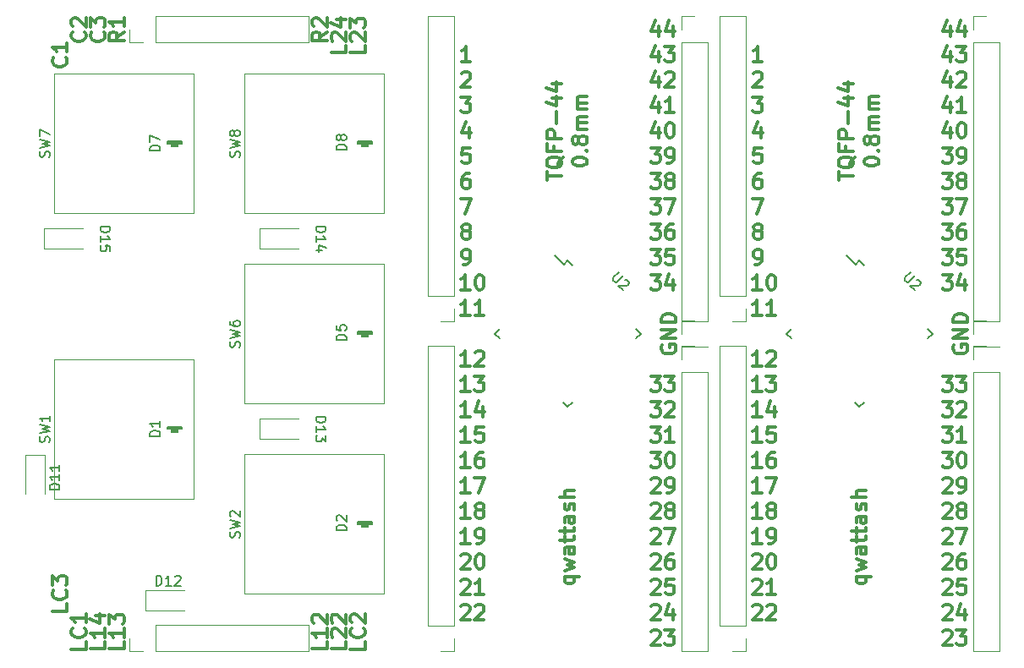
<source format=gbr>
G04 #@! TF.GenerationSoftware,KiCad,Pcbnew,(5.0.0-rc2-dev-471-ge4feb315d)*
G04 #@! TF.CreationDate,2018-05-05T14:20:45+01:00*
G04 #@! TF.ProjectId,panel,70616E656C2E6B696361645F70636200,rev?*
G04 #@! TF.SameCoordinates,Original*
G04 #@! TF.FileFunction,Legend,Top*
G04 #@! TF.FilePolarity,Positive*
%FSLAX46Y46*%
G04 Gerber Fmt 4.6, Leading zero omitted, Abs format (unit mm)*
G04 Created by KiCad (PCBNEW (5.0.0-rc2-dev-471-ge4feb315d)) date Sat May  5 14:20:45 2018*
%MOMM*%
%LPD*%
G01*
G04 APERTURE LIST*
%ADD10C,0.300000*%
%ADD11C,0.120000*%
%ADD12C,0.150000*%
G04 APERTURE END LIST*
D10*
X158428571Y-143664285D02*
X159928571Y-143664285D01*
X159357142Y-143664285D02*
X159428571Y-143807142D01*
X159428571Y-144092857D01*
X159357142Y-144235714D01*
X159285714Y-144307142D01*
X159142857Y-144378571D01*
X158714285Y-144378571D01*
X158571428Y-144307142D01*
X158500000Y-144235714D01*
X158428571Y-144092857D01*
X158428571Y-143807142D01*
X158500000Y-143664285D01*
X158428571Y-143092857D02*
X159428571Y-142807142D01*
X158714285Y-142521428D01*
X159428571Y-142235714D01*
X158428571Y-141950000D01*
X159428571Y-140735714D02*
X158642857Y-140735714D01*
X158500000Y-140807142D01*
X158428571Y-140950000D01*
X158428571Y-141235714D01*
X158500000Y-141378571D01*
X159357142Y-140735714D02*
X159428571Y-140878571D01*
X159428571Y-141235714D01*
X159357142Y-141378571D01*
X159214285Y-141450000D01*
X159071428Y-141450000D01*
X158928571Y-141378571D01*
X158857142Y-141235714D01*
X158857142Y-140878571D01*
X158785714Y-140735714D01*
X158428571Y-140235714D02*
X158428571Y-139664285D01*
X157928571Y-140021428D02*
X159214285Y-140021428D01*
X159357142Y-139950000D01*
X159428571Y-139807142D01*
X159428571Y-139664285D01*
X158428571Y-139378571D02*
X158428571Y-138807142D01*
X157928571Y-139164285D02*
X159214285Y-139164285D01*
X159357142Y-139092857D01*
X159428571Y-138950000D01*
X159428571Y-138807142D01*
X159428571Y-137664285D02*
X158642857Y-137664285D01*
X158500000Y-137735714D01*
X158428571Y-137878571D01*
X158428571Y-138164285D01*
X158500000Y-138307142D01*
X159357142Y-137664285D02*
X159428571Y-137807142D01*
X159428571Y-138164285D01*
X159357142Y-138307142D01*
X159214285Y-138378571D01*
X159071428Y-138378571D01*
X158928571Y-138307142D01*
X158857142Y-138164285D01*
X158857142Y-137807142D01*
X158785714Y-137664285D01*
X159357142Y-137021428D02*
X159428571Y-136878571D01*
X159428571Y-136592857D01*
X159357142Y-136450000D01*
X159214285Y-136378571D01*
X159142857Y-136378571D01*
X159000000Y-136450000D01*
X158928571Y-136592857D01*
X158928571Y-136807142D01*
X158857142Y-136950000D01*
X158714285Y-137021428D01*
X158642857Y-137021428D01*
X158500000Y-136950000D01*
X158428571Y-136807142D01*
X158428571Y-136592857D01*
X158500000Y-136450000D01*
X159428571Y-135735714D02*
X157928571Y-135735714D01*
X159428571Y-135092857D02*
X158642857Y-135092857D01*
X158500000Y-135164285D01*
X158428571Y-135307142D01*
X158428571Y-135521428D01*
X158500000Y-135664285D01*
X158571428Y-135735714D01*
X129218571Y-143664285D02*
X130718571Y-143664285D01*
X130147142Y-143664285D02*
X130218571Y-143807142D01*
X130218571Y-144092857D01*
X130147142Y-144235714D01*
X130075714Y-144307142D01*
X129932857Y-144378571D01*
X129504285Y-144378571D01*
X129361428Y-144307142D01*
X129290000Y-144235714D01*
X129218571Y-144092857D01*
X129218571Y-143807142D01*
X129290000Y-143664285D01*
X129218571Y-143092857D02*
X130218571Y-142807142D01*
X129504285Y-142521428D01*
X130218571Y-142235714D01*
X129218571Y-141950000D01*
X130218571Y-140735714D02*
X129432857Y-140735714D01*
X129290000Y-140807142D01*
X129218571Y-140950000D01*
X129218571Y-141235714D01*
X129290000Y-141378571D01*
X130147142Y-140735714D02*
X130218571Y-140878571D01*
X130218571Y-141235714D01*
X130147142Y-141378571D01*
X130004285Y-141450000D01*
X129861428Y-141450000D01*
X129718571Y-141378571D01*
X129647142Y-141235714D01*
X129647142Y-140878571D01*
X129575714Y-140735714D01*
X129218571Y-140235714D02*
X129218571Y-139664285D01*
X128718571Y-140021428D02*
X130004285Y-140021428D01*
X130147142Y-139950000D01*
X130218571Y-139807142D01*
X130218571Y-139664285D01*
X129218571Y-139378571D02*
X129218571Y-138807142D01*
X128718571Y-139164285D02*
X130004285Y-139164285D01*
X130147142Y-139092857D01*
X130218571Y-138950000D01*
X130218571Y-138807142D01*
X130218571Y-137664285D02*
X129432857Y-137664285D01*
X129290000Y-137735714D01*
X129218571Y-137878571D01*
X129218571Y-138164285D01*
X129290000Y-138307142D01*
X130147142Y-137664285D02*
X130218571Y-137807142D01*
X130218571Y-138164285D01*
X130147142Y-138307142D01*
X130004285Y-138378571D01*
X129861428Y-138378571D01*
X129718571Y-138307142D01*
X129647142Y-138164285D01*
X129647142Y-137807142D01*
X129575714Y-137664285D01*
X130147142Y-137021428D02*
X130218571Y-136878571D01*
X130218571Y-136592857D01*
X130147142Y-136450000D01*
X130004285Y-136378571D01*
X129932857Y-136378571D01*
X129790000Y-136450000D01*
X129718571Y-136592857D01*
X129718571Y-136807142D01*
X129647142Y-136950000D01*
X129504285Y-137021428D01*
X129432857Y-137021428D01*
X129290000Y-136950000D01*
X129218571Y-136807142D01*
X129218571Y-136592857D01*
X129290000Y-136450000D01*
X130218571Y-135735714D02*
X128718571Y-135735714D01*
X130218571Y-135092857D02*
X129432857Y-135092857D01*
X129290000Y-135164285D01*
X129218571Y-135307142D01*
X129218571Y-135521428D01*
X129290000Y-135664285D01*
X129361428Y-135735714D01*
X149018571Y-92118571D02*
X148161428Y-92118571D01*
X148590000Y-92118571D02*
X148590000Y-90618571D01*
X148447142Y-90832857D01*
X148304285Y-90975714D01*
X148161428Y-91047142D01*
X148161428Y-93301428D02*
X148232857Y-93230000D01*
X148375714Y-93158571D01*
X148732857Y-93158571D01*
X148875714Y-93230000D01*
X148947142Y-93301428D01*
X149018571Y-93444285D01*
X149018571Y-93587142D01*
X148947142Y-93801428D01*
X148090000Y-94658571D01*
X149018571Y-94658571D01*
X148090000Y-95698571D02*
X149018571Y-95698571D01*
X148518571Y-96270000D01*
X148732857Y-96270000D01*
X148875714Y-96341428D01*
X148947142Y-96412857D01*
X149018571Y-96555714D01*
X149018571Y-96912857D01*
X148947142Y-97055714D01*
X148875714Y-97127142D01*
X148732857Y-97198571D01*
X148304285Y-97198571D01*
X148161428Y-97127142D01*
X148090000Y-97055714D01*
X148875714Y-98738571D02*
X148875714Y-99738571D01*
X148518571Y-98167142D02*
X148161428Y-99238571D01*
X149090000Y-99238571D01*
X148947142Y-100778571D02*
X148232857Y-100778571D01*
X148161428Y-101492857D01*
X148232857Y-101421428D01*
X148375714Y-101350000D01*
X148732857Y-101350000D01*
X148875714Y-101421428D01*
X148947142Y-101492857D01*
X149018571Y-101635714D01*
X149018571Y-101992857D01*
X148947142Y-102135714D01*
X148875714Y-102207142D01*
X148732857Y-102278571D01*
X148375714Y-102278571D01*
X148232857Y-102207142D01*
X148161428Y-102135714D01*
X148875714Y-103318571D02*
X148590000Y-103318571D01*
X148447142Y-103390000D01*
X148375714Y-103461428D01*
X148232857Y-103675714D01*
X148161428Y-103961428D01*
X148161428Y-104532857D01*
X148232857Y-104675714D01*
X148304285Y-104747142D01*
X148447142Y-104818571D01*
X148732857Y-104818571D01*
X148875714Y-104747142D01*
X148947142Y-104675714D01*
X149018571Y-104532857D01*
X149018571Y-104175714D01*
X148947142Y-104032857D01*
X148875714Y-103961428D01*
X148732857Y-103890000D01*
X148447142Y-103890000D01*
X148304285Y-103961428D01*
X148232857Y-104032857D01*
X148161428Y-104175714D01*
X148090000Y-105858571D02*
X149090000Y-105858571D01*
X148447142Y-107358571D01*
X148447142Y-109041428D02*
X148304285Y-108970000D01*
X148232857Y-108898571D01*
X148161428Y-108755714D01*
X148161428Y-108684285D01*
X148232857Y-108541428D01*
X148304285Y-108470000D01*
X148447142Y-108398571D01*
X148732857Y-108398571D01*
X148875714Y-108470000D01*
X148947142Y-108541428D01*
X149018571Y-108684285D01*
X149018571Y-108755714D01*
X148947142Y-108898571D01*
X148875714Y-108970000D01*
X148732857Y-109041428D01*
X148447142Y-109041428D01*
X148304285Y-109112857D01*
X148232857Y-109184285D01*
X148161428Y-109327142D01*
X148161428Y-109612857D01*
X148232857Y-109755714D01*
X148304285Y-109827142D01*
X148447142Y-109898571D01*
X148732857Y-109898571D01*
X148875714Y-109827142D01*
X148947142Y-109755714D01*
X149018571Y-109612857D01*
X149018571Y-109327142D01*
X148947142Y-109184285D01*
X148875714Y-109112857D01*
X148732857Y-109041428D01*
X148304285Y-112438571D02*
X148590000Y-112438571D01*
X148732857Y-112367142D01*
X148804285Y-112295714D01*
X148947142Y-112081428D01*
X149018571Y-111795714D01*
X149018571Y-111224285D01*
X148947142Y-111081428D01*
X148875714Y-111010000D01*
X148732857Y-110938571D01*
X148447142Y-110938571D01*
X148304285Y-111010000D01*
X148232857Y-111081428D01*
X148161428Y-111224285D01*
X148161428Y-111581428D01*
X148232857Y-111724285D01*
X148304285Y-111795714D01*
X148447142Y-111867142D01*
X148732857Y-111867142D01*
X148875714Y-111795714D01*
X148947142Y-111724285D01*
X149018571Y-111581428D01*
X148939285Y-114978571D02*
X148082142Y-114978571D01*
X148510714Y-114978571D02*
X148510714Y-113478571D01*
X148367857Y-113692857D01*
X148225000Y-113835714D01*
X148082142Y-113907142D01*
X149867857Y-113478571D02*
X150010714Y-113478571D01*
X150153571Y-113550000D01*
X150225000Y-113621428D01*
X150296428Y-113764285D01*
X150367857Y-114050000D01*
X150367857Y-114407142D01*
X150296428Y-114692857D01*
X150225000Y-114835714D01*
X150153571Y-114907142D01*
X150010714Y-114978571D01*
X149867857Y-114978571D01*
X149725000Y-114907142D01*
X149653571Y-114835714D01*
X149582142Y-114692857D01*
X149510714Y-114407142D01*
X149510714Y-114050000D01*
X149582142Y-113764285D01*
X149653571Y-113621428D01*
X149725000Y-113550000D01*
X149867857Y-113478571D01*
X148939285Y-117518571D02*
X148082142Y-117518571D01*
X148510714Y-117518571D02*
X148510714Y-116018571D01*
X148367857Y-116232857D01*
X148225000Y-116375714D01*
X148082142Y-116447142D01*
X150367857Y-117518571D02*
X149510714Y-117518571D01*
X149939285Y-117518571D02*
X149939285Y-116018571D01*
X149796428Y-116232857D01*
X149653571Y-116375714D01*
X149510714Y-116447142D01*
X148939285Y-122598571D02*
X148082142Y-122598571D01*
X148510714Y-122598571D02*
X148510714Y-121098571D01*
X148367857Y-121312857D01*
X148225000Y-121455714D01*
X148082142Y-121527142D01*
X149510714Y-121241428D02*
X149582142Y-121170000D01*
X149725000Y-121098571D01*
X150082142Y-121098571D01*
X150225000Y-121170000D01*
X150296428Y-121241428D01*
X150367857Y-121384285D01*
X150367857Y-121527142D01*
X150296428Y-121741428D01*
X149439285Y-122598571D01*
X150367857Y-122598571D01*
X148939285Y-125138571D02*
X148082142Y-125138571D01*
X148510714Y-125138571D02*
X148510714Y-123638571D01*
X148367857Y-123852857D01*
X148225000Y-123995714D01*
X148082142Y-124067142D01*
X149439285Y-123638571D02*
X150367857Y-123638571D01*
X149867857Y-124210000D01*
X150082142Y-124210000D01*
X150225000Y-124281428D01*
X150296428Y-124352857D01*
X150367857Y-124495714D01*
X150367857Y-124852857D01*
X150296428Y-124995714D01*
X150225000Y-125067142D01*
X150082142Y-125138571D01*
X149653571Y-125138571D01*
X149510714Y-125067142D01*
X149439285Y-124995714D01*
X148939285Y-127678571D02*
X148082142Y-127678571D01*
X148510714Y-127678571D02*
X148510714Y-126178571D01*
X148367857Y-126392857D01*
X148225000Y-126535714D01*
X148082142Y-126607142D01*
X150225000Y-126678571D02*
X150225000Y-127678571D01*
X149867857Y-126107142D02*
X149510714Y-127178571D01*
X150439285Y-127178571D01*
X148939285Y-130218571D02*
X148082142Y-130218571D01*
X148510714Y-130218571D02*
X148510714Y-128718571D01*
X148367857Y-128932857D01*
X148225000Y-129075714D01*
X148082142Y-129147142D01*
X150296428Y-128718571D02*
X149582142Y-128718571D01*
X149510714Y-129432857D01*
X149582142Y-129361428D01*
X149725000Y-129290000D01*
X150082142Y-129290000D01*
X150225000Y-129361428D01*
X150296428Y-129432857D01*
X150367857Y-129575714D01*
X150367857Y-129932857D01*
X150296428Y-130075714D01*
X150225000Y-130147142D01*
X150082142Y-130218571D01*
X149725000Y-130218571D01*
X149582142Y-130147142D01*
X149510714Y-130075714D01*
X148939285Y-132758571D02*
X148082142Y-132758571D01*
X148510714Y-132758571D02*
X148510714Y-131258571D01*
X148367857Y-131472857D01*
X148225000Y-131615714D01*
X148082142Y-131687142D01*
X150225000Y-131258571D02*
X149939285Y-131258571D01*
X149796428Y-131330000D01*
X149725000Y-131401428D01*
X149582142Y-131615714D01*
X149510714Y-131901428D01*
X149510714Y-132472857D01*
X149582142Y-132615714D01*
X149653571Y-132687142D01*
X149796428Y-132758571D01*
X150082142Y-132758571D01*
X150225000Y-132687142D01*
X150296428Y-132615714D01*
X150367857Y-132472857D01*
X150367857Y-132115714D01*
X150296428Y-131972857D01*
X150225000Y-131901428D01*
X150082142Y-131830000D01*
X149796428Y-131830000D01*
X149653571Y-131901428D01*
X149582142Y-131972857D01*
X149510714Y-132115714D01*
X148939285Y-135298571D02*
X148082142Y-135298571D01*
X148510714Y-135298571D02*
X148510714Y-133798571D01*
X148367857Y-134012857D01*
X148225000Y-134155714D01*
X148082142Y-134227142D01*
X149439285Y-133798571D02*
X150439285Y-133798571D01*
X149796428Y-135298571D01*
X148939285Y-137838571D02*
X148082142Y-137838571D01*
X148510714Y-137838571D02*
X148510714Y-136338571D01*
X148367857Y-136552857D01*
X148225000Y-136695714D01*
X148082142Y-136767142D01*
X149796428Y-136981428D02*
X149653571Y-136910000D01*
X149582142Y-136838571D01*
X149510714Y-136695714D01*
X149510714Y-136624285D01*
X149582142Y-136481428D01*
X149653571Y-136410000D01*
X149796428Y-136338571D01*
X150082142Y-136338571D01*
X150225000Y-136410000D01*
X150296428Y-136481428D01*
X150367857Y-136624285D01*
X150367857Y-136695714D01*
X150296428Y-136838571D01*
X150225000Y-136910000D01*
X150082142Y-136981428D01*
X149796428Y-136981428D01*
X149653571Y-137052857D01*
X149582142Y-137124285D01*
X149510714Y-137267142D01*
X149510714Y-137552857D01*
X149582142Y-137695714D01*
X149653571Y-137767142D01*
X149796428Y-137838571D01*
X150082142Y-137838571D01*
X150225000Y-137767142D01*
X150296428Y-137695714D01*
X150367857Y-137552857D01*
X150367857Y-137267142D01*
X150296428Y-137124285D01*
X150225000Y-137052857D01*
X150082142Y-136981428D01*
X148939285Y-140378571D02*
X148082142Y-140378571D01*
X148510714Y-140378571D02*
X148510714Y-138878571D01*
X148367857Y-139092857D01*
X148225000Y-139235714D01*
X148082142Y-139307142D01*
X149653571Y-140378571D02*
X149939285Y-140378571D01*
X150082142Y-140307142D01*
X150153571Y-140235714D01*
X150296428Y-140021428D01*
X150367857Y-139735714D01*
X150367857Y-139164285D01*
X150296428Y-139021428D01*
X150225000Y-138950000D01*
X150082142Y-138878571D01*
X149796428Y-138878571D01*
X149653571Y-138950000D01*
X149582142Y-139021428D01*
X149510714Y-139164285D01*
X149510714Y-139521428D01*
X149582142Y-139664285D01*
X149653571Y-139735714D01*
X149796428Y-139807142D01*
X150082142Y-139807142D01*
X150225000Y-139735714D01*
X150296428Y-139664285D01*
X150367857Y-139521428D01*
X148082142Y-141561428D02*
X148153571Y-141490000D01*
X148296428Y-141418571D01*
X148653571Y-141418571D01*
X148796428Y-141490000D01*
X148867857Y-141561428D01*
X148939285Y-141704285D01*
X148939285Y-141847142D01*
X148867857Y-142061428D01*
X148010714Y-142918571D01*
X148939285Y-142918571D01*
X149867857Y-141418571D02*
X150010714Y-141418571D01*
X150153571Y-141490000D01*
X150225000Y-141561428D01*
X150296428Y-141704285D01*
X150367857Y-141990000D01*
X150367857Y-142347142D01*
X150296428Y-142632857D01*
X150225000Y-142775714D01*
X150153571Y-142847142D01*
X150010714Y-142918571D01*
X149867857Y-142918571D01*
X149725000Y-142847142D01*
X149653571Y-142775714D01*
X149582142Y-142632857D01*
X149510714Y-142347142D01*
X149510714Y-141990000D01*
X149582142Y-141704285D01*
X149653571Y-141561428D01*
X149725000Y-141490000D01*
X149867857Y-141418571D01*
X148082142Y-144101428D02*
X148153571Y-144030000D01*
X148296428Y-143958571D01*
X148653571Y-143958571D01*
X148796428Y-144030000D01*
X148867857Y-144101428D01*
X148939285Y-144244285D01*
X148939285Y-144387142D01*
X148867857Y-144601428D01*
X148010714Y-145458571D01*
X148939285Y-145458571D01*
X150367857Y-145458571D02*
X149510714Y-145458571D01*
X149939285Y-145458571D02*
X149939285Y-143958571D01*
X149796428Y-144172857D01*
X149653571Y-144315714D01*
X149510714Y-144387142D01*
X148082142Y-146641428D02*
X148153571Y-146570000D01*
X148296428Y-146498571D01*
X148653571Y-146498571D01*
X148796428Y-146570000D01*
X148867857Y-146641428D01*
X148939285Y-146784285D01*
X148939285Y-146927142D01*
X148867857Y-147141428D01*
X148010714Y-147998571D01*
X148939285Y-147998571D01*
X149510714Y-146641428D02*
X149582142Y-146570000D01*
X149725000Y-146498571D01*
X150082142Y-146498571D01*
X150225000Y-146570000D01*
X150296428Y-146641428D01*
X150367857Y-146784285D01*
X150367857Y-146927142D01*
X150296428Y-147141428D01*
X149439285Y-147998571D01*
X150367857Y-147998571D01*
X167132142Y-149181428D02*
X167203571Y-149110000D01*
X167346428Y-149038571D01*
X167703571Y-149038571D01*
X167846428Y-149110000D01*
X167917857Y-149181428D01*
X167989285Y-149324285D01*
X167989285Y-149467142D01*
X167917857Y-149681428D01*
X167060714Y-150538571D01*
X167989285Y-150538571D01*
X168489285Y-149038571D02*
X169417857Y-149038571D01*
X168917857Y-149610000D01*
X169132142Y-149610000D01*
X169275000Y-149681428D01*
X169346428Y-149752857D01*
X169417857Y-149895714D01*
X169417857Y-150252857D01*
X169346428Y-150395714D01*
X169275000Y-150467142D01*
X169132142Y-150538571D01*
X168703571Y-150538571D01*
X168560714Y-150467142D01*
X168489285Y-150395714D01*
X167132142Y-146641428D02*
X167203571Y-146570000D01*
X167346428Y-146498571D01*
X167703571Y-146498571D01*
X167846428Y-146570000D01*
X167917857Y-146641428D01*
X167989285Y-146784285D01*
X167989285Y-146927142D01*
X167917857Y-147141428D01*
X167060714Y-147998571D01*
X167989285Y-147998571D01*
X169275000Y-146998571D02*
X169275000Y-147998571D01*
X168917857Y-146427142D02*
X168560714Y-147498571D01*
X169489285Y-147498571D01*
X167132142Y-144101428D02*
X167203571Y-144030000D01*
X167346428Y-143958571D01*
X167703571Y-143958571D01*
X167846428Y-144030000D01*
X167917857Y-144101428D01*
X167989285Y-144244285D01*
X167989285Y-144387142D01*
X167917857Y-144601428D01*
X167060714Y-145458571D01*
X167989285Y-145458571D01*
X169346428Y-143958571D02*
X168632142Y-143958571D01*
X168560714Y-144672857D01*
X168632142Y-144601428D01*
X168775000Y-144530000D01*
X169132142Y-144530000D01*
X169275000Y-144601428D01*
X169346428Y-144672857D01*
X169417857Y-144815714D01*
X169417857Y-145172857D01*
X169346428Y-145315714D01*
X169275000Y-145387142D01*
X169132142Y-145458571D01*
X168775000Y-145458571D01*
X168632142Y-145387142D01*
X168560714Y-145315714D01*
X167132142Y-141561428D02*
X167203571Y-141490000D01*
X167346428Y-141418571D01*
X167703571Y-141418571D01*
X167846428Y-141490000D01*
X167917857Y-141561428D01*
X167989285Y-141704285D01*
X167989285Y-141847142D01*
X167917857Y-142061428D01*
X167060714Y-142918571D01*
X167989285Y-142918571D01*
X169275000Y-141418571D02*
X168989285Y-141418571D01*
X168846428Y-141490000D01*
X168775000Y-141561428D01*
X168632142Y-141775714D01*
X168560714Y-142061428D01*
X168560714Y-142632857D01*
X168632142Y-142775714D01*
X168703571Y-142847142D01*
X168846428Y-142918571D01*
X169132142Y-142918571D01*
X169275000Y-142847142D01*
X169346428Y-142775714D01*
X169417857Y-142632857D01*
X169417857Y-142275714D01*
X169346428Y-142132857D01*
X169275000Y-142061428D01*
X169132142Y-141990000D01*
X168846428Y-141990000D01*
X168703571Y-142061428D01*
X168632142Y-142132857D01*
X168560714Y-142275714D01*
X167132142Y-139021428D02*
X167203571Y-138950000D01*
X167346428Y-138878571D01*
X167703571Y-138878571D01*
X167846428Y-138950000D01*
X167917857Y-139021428D01*
X167989285Y-139164285D01*
X167989285Y-139307142D01*
X167917857Y-139521428D01*
X167060714Y-140378571D01*
X167989285Y-140378571D01*
X168489285Y-138878571D02*
X169489285Y-138878571D01*
X168846428Y-140378571D01*
X167132142Y-136481428D02*
X167203571Y-136410000D01*
X167346428Y-136338571D01*
X167703571Y-136338571D01*
X167846428Y-136410000D01*
X167917857Y-136481428D01*
X167989285Y-136624285D01*
X167989285Y-136767142D01*
X167917857Y-136981428D01*
X167060714Y-137838571D01*
X167989285Y-137838571D01*
X168846428Y-136981428D02*
X168703571Y-136910000D01*
X168632142Y-136838571D01*
X168560714Y-136695714D01*
X168560714Y-136624285D01*
X168632142Y-136481428D01*
X168703571Y-136410000D01*
X168846428Y-136338571D01*
X169132142Y-136338571D01*
X169275000Y-136410000D01*
X169346428Y-136481428D01*
X169417857Y-136624285D01*
X169417857Y-136695714D01*
X169346428Y-136838571D01*
X169275000Y-136910000D01*
X169132142Y-136981428D01*
X168846428Y-136981428D01*
X168703571Y-137052857D01*
X168632142Y-137124285D01*
X168560714Y-137267142D01*
X168560714Y-137552857D01*
X168632142Y-137695714D01*
X168703571Y-137767142D01*
X168846428Y-137838571D01*
X169132142Y-137838571D01*
X169275000Y-137767142D01*
X169346428Y-137695714D01*
X169417857Y-137552857D01*
X169417857Y-137267142D01*
X169346428Y-137124285D01*
X169275000Y-137052857D01*
X169132142Y-136981428D01*
X167132142Y-133941428D02*
X167203571Y-133870000D01*
X167346428Y-133798571D01*
X167703571Y-133798571D01*
X167846428Y-133870000D01*
X167917857Y-133941428D01*
X167989285Y-134084285D01*
X167989285Y-134227142D01*
X167917857Y-134441428D01*
X167060714Y-135298571D01*
X167989285Y-135298571D01*
X168703571Y-135298571D02*
X168989285Y-135298571D01*
X169132142Y-135227142D01*
X169203571Y-135155714D01*
X169346428Y-134941428D01*
X169417857Y-134655714D01*
X169417857Y-134084285D01*
X169346428Y-133941428D01*
X169275000Y-133870000D01*
X169132142Y-133798571D01*
X168846428Y-133798571D01*
X168703571Y-133870000D01*
X168632142Y-133941428D01*
X168560714Y-134084285D01*
X168560714Y-134441428D01*
X168632142Y-134584285D01*
X168703571Y-134655714D01*
X168846428Y-134727142D01*
X169132142Y-134727142D01*
X169275000Y-134655714D01*
X169346428Y-134584285D01*
X169417857Y-134441428D01*
X167060714Y-131258571D02*
X167989285Y-131258571D01*
X167489285Y-131830000D01*
X167703571Y-131830000D01*
X167846428Y-131901428D01*
X167917857Y-131972857D01*
X167989285Y-132115714D01*
X167989285Y-132472857D01*
X167917857Y-132615714D01*
X167846428Y-132687142D01*
X167703571Y-132758571D01*
X167275000Y-132758571D01*
X167132142Y-132687142D01*
X167060714Y-132615714D01*
X168917857Y-131258571D02*
X169060714Y-131258571D01*
X169203571Y-131330000D01*
X169275000Y-131401428D01*
X169346428Y-131544285D01*
X169417857Y-131830000D01*
X169417857Y-132187142D01*
X169346428Y-132472857D01*
X169275000Y-132615714D01*
X169203571Y-132687142D01*
X169060714Y-132758571D01*
X168917857Y-132758571D01*
X168775000Y-132687142D01*
X168703571Y-132615714D01*
X168632142Y-132472857D01*
X168560714Y-132187142D01*
X168560714Y-131830000D01*
X168632142Y-131544285D01*
X168703571Y-131401428D01*
X168775000Y-131330000D01*
X168917857Y-131258571D01*
X167060714Y-128718571D02*
X167989285Y-128718571D01*
X167489285Y-129290000D01*
X167703571Y-129290000D01*
X167846428Y-129361428D01*
X167917857Y-129432857D01*
X167989285Y-129575714D01*
X167989285Y-129932857D01*
X167917857Y-130075714D01*
X167846428Y-130147142D01*
X167703571Y-130218571D01*
X167275000Y-130218571D01*
X167132142Y-130147142D01*
X167060714Y-130075714D01*
X169417857Y-130218571D02*
X168560714Y-130218571D01*
X168989285Y-130218571D02*
X168989285Y-128718571D01*
X168846428Y-128932857D01*
X168703571Y-129075714D01*
X168560714Y-129147142D01*
X167060714Y-126178571D02*
X167989285Y-126178571D01*
X167489285Y-126750000D01*
X167703571Y-126750000D01*
X167846428Y-126821428D01*
X167917857Y-126892857D01*
X167989285Y-127035714D01*
X167989285Y-127392857D01*
X167917857Y-127535714D01*
X167846428Y-127607142D01*
X167703571Y-127678571D01*
X167275000Y-127678571D01*
X167132142Y-127607142D01*
X167060714Y-127535714D01*
X168560714Y-126321428D02*
X168632142Y-126250000D01*
X168775000Y-126178571D01*
X169132142Y-126178571D01*
X169275000Y-126250000D01*
X169346428Y-126321428D01*
X169417857Y-126464285D01*
X169417857Y-126607142D01*
X169346428Y-126821428D01*
X168489285Y-127678571D01*
X169417857Y-127678571D01*
X167060714Y-123638571D02*
X167989285Y-123638571D01*
X167489285Y-124210000D01*
X167703571Y-124210000D01*
X167846428Y-124281428D01*
X167917857Y-124352857D01*
X167989285Y-124495714D01*
X167989285Y-124852857D01*
X167917857Y-124995714D01*
X167846428Y-125067142D01*
X167703571Y-125138571D01*
X167275000Y-125138571D01*
X167132142Y-125067142D01*
X167060714Y-124995714D01*
X168489285Y-123638571D02*
X169417857Y-123638571D01*
X168917857Y-124210000D01*
X169132142Y-124210000D01*
X169275000Y-124281428D01*
X169346428Y-124352857D01*
X169417857Y-124495714D01*
X169417857Y-124852857D01*
X169346428Y-124995714D01*
X169275000Y-125067142D01*
X169132142Y-125138571D01*
X168703571Y-125138571D01*
X168560714Y-125067142D01*
X168489285Y-124995714D01*
X167060714Y-113478571D02*
X167989285Y-113478571D01*
X167489285Y-114050000D01*
X167703571Y-114050000D01*
X167846428Y-114121428D01*
X167917857Y-114192857D01*
X167989285Y-114335714D01*
X167989285Y-114692857D01*
X167917857Y-114835714D01*
X167846428Y-114907142D01*
X167703571Y-114978571D01*
X167275000Y-114978571D01*
X167132142Y-114907142D01*
X167060714Y-114835714D01*
X169275000Y-113978571D02*
X169275000Y-114978571D01*
X168917857Y-113407142D02*
X168560714Y-114478571D01*
X169489285Y-114478571D01*
X167060714Y-110938571D02*
X167989285Y-110938571D01*
X167489285Y-111510000D01*
X167703571Y-111510000D01*
X167846428Y-111581428D01*
X167917857Y-111652857D01*
X167989285Y-111795714D01*
X167989285Y-112152857D01*
X167917857Y-112295714D01*
X167846428Y-112367142D01*
X167703571Y-112438571D01*
X167275000Y-112438571D01*
X167132142Y-112367142D01*
X167060714Y-112295714D01*
X169346428Y-110938571D02*
X168632142Y-110938571D01*
X168560714Y-111652857D01*
X168632142Y-111581428D01*
X168775000Y-111510000D01*
X169132142Y-111510000D01*
X169275000Y-111581428D01*
X169346428Y-111652857D01*
X169417857Y-111795714D01*
X169417857Y-112152857D01*
X169346428Y-112295714D01*
X169275000Y-112367142D01*
X169132142Y-112438571D01*
X168775000Y-112438571D01*
X168632142Y-112367142D01*
X168560714Y-112295714D01*
X167060714Y-108398571D02*
X167989285Y-108398571D01*
X167489285Y-108970000D01*
X167703571Y-108970000D01*
X167846428Y-109041428D01*
X167917857Y-109112857D01*
X167989285Y-109255714D01*
X167989285Y-109612857D01*
X167917857Y-109755714D01*
X167846428Y-109827142D01*
X167703571Y-109898571D01*
X167275000Y-109898571D01*
X167132142Y-109827142D01*
X167060714Y-109755714D01*
X169275000Y-108398571D02*
X168989285Y-108398571D01*
X168846428Y-108470000D01*
X168775000Y-108541428D01*
X168632142Y-108755714D01*
X168560714Y-109041428D01*
X168560714Y-109612857D01*
X168632142Y-109755714D01*
X168703571Y-109827142D01*
X168846428Y-109898571D01*
X169132142Y-109898571D01*
X169275000Y-109827142D01*
X169346428Y-109755714D01*
X169417857Y-109612857D01*
X169417857Y-109255714D01*
X169346428Y-109112857D01*
X169275000Y-109041428D01*
X169132142Y-108970000D01*
X168846428Y-108970000D01*
X168703571Y-109041428D01*
X168632142Y-109112857D01*
X168560714Y-109255714D01*
X167060714Y-105858571D02*
X167989285Y-105858571D01*
X167489285Y-106430000D01*
X167703571Y-106430000D01*
X167846428Y-106501428D01*
X167917857Y-106572857D01*
X167989285Y-106715714D01*
X167989285Y-107072857D01*
X167917857Y-107215714D01*
X167846428Y-107287142D01*
X167703571Y-107358571D01*
X167275000Y-107358571D01*
X167132142Y-107287142D01*
X167060714Y-107215714D01*
X168489285Y-105858571D02*
X169489285Y-105858571D01*
X168846428Y-107358571D01*
X167060714Y-103318571D02*
X167989285Y-103318571D01*
X167489285Y-103890000D01*
X167703571Y-103890000D01*
X167846428Y-103961428D01*
X167917857Y-104032857D01*
X167989285Y-104175714D01*
X167989285Y-104532857D01*
X167917857Y-104675714D01*
X167846428Y-104747142D01*
X167703571Y-104818571D01*
X167275000Y-104818571D01*
X167132142Y-104747142D01*
X167060714Y-104675714D01*
X168846428Y-103961428D02*
X168703571Y-103890000D01*
X168632142Y-103818571D01*
X168560714Y-103675714D01*
X168560714Y-103604285D01*
X168632142Y-103461428D01*
X168703571Y-103390000D01*
X168846428Y-103318571D01*
X169132142Y-103318571D01*
X169275000Y-103390000D01*
X169346428Y-103461428D01*
X169417857Y-103604285D01*
X169417857Y-103675714D01*
X169346428Y-103818571D01*
X169275000Y-103890000D01*
X169132142Y-103961428D01*
X168846428Y-103961428D01*
X168703571Y-104032857D01*
X168632142Y-104104285D01*
X168560714Y-104247142D01*
X168560714Y-104532857D01*
X168632142Y-104675714D01*
X168703571Y-104747142D01*
X168846428Y-104818571D01*
X169132142Y-104818571D01*
X169275000Y-104747142D01*
X169346428Y-104675714D01*
X169417857Y-104532857D01*
X169417857Y-104247142D01*
X169346428Y-104104285D01*
X169275000Y-104032857D01*
X169132142Y-103961428D01*
X167060714Y-100778571D02*
X167989285Y-100778571D01*
X167489285Y-101350000D01*
X167703571Y-101350000D01*
X167846428Y-101421428D01*
X167917857Y-101492857D01*
X167989285Y-101635714D01*
X167989285Y-101992857D01*
X167917857Y-102135714D01*
X167846428Y-102207142D01*
X167703571Y-102278571D01*
X167275000Y-102278571D01*
X167132142Y-102207142D01*
X167060714Y-102135714D01*
X168703571Y-102278571D02*
X168989285Y-102278571D01*
X169132142Y-102207142D01*
X169203571Y-102135714D01*
X169346428Y-101921428D01*
X169417857Y-101635714D01*
X169417857Y-101064285D01*
X169346428Y-100921428D01*
X169275000Y-100850000D01*
X169132142Y-100778571D01*
X168846428Y-100778571D01*
X168703571Y-100850000D01*
X168632142Y-100921428D01*
X168560714Y-101064285D01*
X168560714Y-101421428D01*
X168632142Y-101564285D01*
X168703571Y-101635714D01*
X168846428Y-101707142D01*
X169132142Y-101707142D01*
X169275000Y-101635714D01*
X169346428Y-101564285D01*
X169417857Y-101421428D01*
X167846428Y-98738571D02*
X167846428Y-99738571D01*
X167489285Y-98167142D02*
X167132142Y-99238571D01*
X168060714Y-99238571D01*
X168917857Y-98238571D02*
X169060714Y-98238571D01*
X169203571Y-98310000D01*
X169275000Y-98381428D01*
X169346428Y-98524285D01*
X169417857Y-98810000D01*
X169417857Y-99167142D01*
X169346428Y-99452857D01*
X169275000Y-99595714D01*
X169203571Y-99667142D01*
X169060714Y-99738571D01*
X168917857Y-99738571D01*
X168775000Y-99667142D01*
X168703571Y-99595714D01*
X168632142Y-99452857D01*
X168560714Y-99167142D01*
X168560714Y-98810000D01*
X168632142Y-98524285D01*
X168703571Y-98381428D01*
X168775000Y-98310000D01*
X168917857Y-98238571D01*
X167846428Y-96198571D02*
X167846428Y-97198571D01*
X167489285Y-95627142D02*
X167132142Y-96698571D01*
X168060714Y-96698571D01*
X169417857Y-97198571D02*
X168560714Y-97198571D01*
X168989285Y-97198571D02*
X168989285Y-95698571D01*
X168846428Y-95912857D01*
X168703571Y-96055714D01*
X168560714Y-96127142D01*
X167846428Y-93658571D02*
X167846428Y-94658571D01*
X167489285Y-93087142D02*
X167132142Y-94158571D01*
X168060714Y-94158571D01*
X168560714Y-93301428D02*
X168632142Y-93230000D01*
X168775000Y-93158571D01*
X169132142Y-93158571D01*
X169275000Y-93230000D01*
X169346428Y-93301428D01*
X169417857Y-93444285D01*
X169417857Y-93587142D01*
X169346428Y-93801428D01*
X168489285Y-94658571D01*
X169417857Y-94658571D01*
X167846428Y-91118571D02*
X167846428Y-92118571D01*
X167489285Y-90547142D02*
X167132142Y-91618571D01*
X168060714Y-91618571D01*
X168489285Y-90618571D02*
X169417857Y-90618571D01*
X168917857Y-91190000D01*
X169132142Y-91190000D01*
X169275000Y-91261428D01*
X169346428Y-91332857D01*
X169417857Y-91475714D01*
X169417857Y-91832857D01*
X169346428Y-91975714D01*
X169275000Y-92047142D01*
X169132142Y-92118571D01*
X168703571Y-92118571D01*
X168560714Y-92047142D01*
X168489285Y-91975714D01*
X167846428Y-88578571D02*
X167846428Y-89578571D01*
X167489285Y-88007142D02*
X167132142Y-89078571D01*
X168060714Y-89078571D01*
X169275000Y-88578571D02*
X169275000Y-89578571D01*
X168917857Y-88007142D02*
X168560714Y-89078571D01*
X169489285Y-89078571D01*
X168160000Y-120522857D02*
X168088571Y-120665714D01*
X168088571Y-120880000D01*
X168160000Y-121094285D01*
X168302857Y-121237142D01*
X168445714Y-121308571D01*
X168731428Y-121380000D01*
X168945714Y-121380000D01*
X169231428Y-121308571D01*
X169374285Y-121237142D01*
X169517142Y-121094285D01*
X169588571Y-120880000D01*
X169588571Y-120737142D01*
X169517142Y-120522857D01*
X169445714Y-120451428D01*
X168945714Y-120451428D01*
X168945714Y-120737142D01*
X169588571Y-119808571D02*
X168088571Y-119808571D01*
X169588571Y-118951428D01*
X168088571Y-118951428D01*
X169588571Y-118237142D02*
X168088571Y-118237142D01*
X168088571Y-117880000D01*
X168160000Y-117665714D01*
X168302857Y-117522857D01*
X168445714Y-117451428D01*
X168731428Y-117380000D01*
X168945714Y-117380000D01*
X169231428Y-117451428D01*
X169374285Y-117522857D01*
X169517142Y-117665714D01*
X169588571Y-117880000D01*
X169588571Y-118237142D01*
X156653571Y-104024285D02*
X156653571Y-103167142D01*
X158153571Y-103595714D02*
X156653571Y-103595714D01*
X158296428Y-101667142D02*
X158225000Y-101810000D01*
X158082142Y-101952857D01*
X157867857Y-102167142D01*
X157796428Y-102310000D01*
X157796428Y-102452857D01*
X158153571Y-102381428D02*
X158082142Y-102524285D01*
X157939285Y-102667142D01*
X157653571Y-102738571D01*
X157153571Y-102738571D01*
X156867857Y-102667142D01*
X156725000Y-102524285D01*
X156653571Y-102381428D01*
X156653571Y-102095714D01*
X156725000Y-101952857D01*
X156867857Y-101810000D01*
X157153571Y-101738571D01*
X157653571Y-101738571D01*
X157939285Y-101810000D01*
X158082142Y-101952857D01*
X158153571Y-102095714D01*
X158153571Y-102381428D01*
X157367857Y-100595714D02*
X157367857Y-101095714D01*
X158153571Y-101095714D02*
X156653571Y-101095714D01*
X156653571Y-100381428D01*
X158153571Y-99810000D02*
X156653571Y-99810000D01*
X156653571Y-99238571D01*
X156725000Y-99095714D01*
X156796428Y-99024285D01*
X156939285Y-98952857D01*
X157153571Y-98952857D01*
X157296428Y-99024285D01*
X157367857Y-99095714D01*
X157439285Y-99238571D01*
X157439285Y-99810000D01*
X157582142Y-98310000D02*
X157582142Y-97167142D01*
X157153571Y-95810000D02*
X158153571Y-95810000D01*
X156582142Y-96167142D02*
X157653571Y-96524285D01*
X157653571Y-95595714D01*
X157153571Y-94381428D02*
X158153571Y-94381428D01*
X156582142Y-94738571D02*
X157653571Y-95095714D01*
X157653571Y-94167142D01*
X159203571Y-102202857D02*
X159203571Y-102060000D01*
X159275000Y-101917142D01*
X159346428Y-101845714D01*
X159489285Y-101774285D01*
X159775000Y-101702857D01*
X160132142Y-101702857D01*
X160417857Y-101774285D01*
X160560714Y-101845714D01*
X160632142Y-101917142D01*
X160703571Y-102060000D01*
X160703571Y-102202857D01*
X160632142Y-102345714D01*
X160560714Y-102417142D01*
X160417857Y-102488571D01*
X160132142Y-102560000D01*
X159775000Y-102560000D01*
X159489285Y-102488571D01*
X159346428Y-102417142D01*
X159275000Y-102345714D01*
X159203571Y-102202857D01*
X160560714Y-101060000D02*
X160632142Y-100988571D01*
X160703571Y-101060000D01*
X160632142Y-101131428D01*
X160560714Y-101060000D01*
X160703571Y-101060000D01*
X159846428Y-100131428D02*
X159775000Y-100274285D01*
X159703571Y-100345714D01*
X159560714Y-100417142D01*
X159489285Y-100417142D01*
X159346428Y-100345714D01*
X159275000Y-100274285D01*
X159203571Y-100131428D01*
X159203571Y-99845714D01*
X159275000Y-99702857D01*
X159346428Y-99631428D01*
X159489285Y-99560000D01*
X159560714Y-99560000D01*
X159703571Y-99631428D01*
X159775000Y-99702857D01*
X159846428Y-99845714D01*
X159846428Y-100131428D01*
X159917857Y-100274285D01*
X159989285Y-100345714D01*
X160132142Y-100417142D01*
X160417857Y-100417142D01*
X160560714Y-100345714D01*
X160632142Y-100274285D01*
X160703571Y-100131428D01*
X160703571Y-99845714D01*
X160632142Y-99702857D01*
X160560714Y-99631428D01*
X160417857Y-99560000D01*
X160132142Y-99560000D01*
X159989285Y-99631428D01*
X159917857Y-99702857D01*
X159846428Y-99845714D01*
X160703571Y-98917142D02*
X159703571Y-98917142D01*
X159846428Y-98917142D02*
X159775000Y-98845714D01*
X159703571Y-98702857D01*
X159703571Y-98488571D01*
X159775000Y-98345714D01*
X159917857Y-98274285D01*
X160703571Y-98274285D01*
X159917857Y-98274285D02*
X159775000Y-98202857D01*
X159703571Y-98060000D01*
X159703571Y-97845714D01*
X159775000Y-97702857D01*
X159917857Y-97631428D01*
X160703571Y-97631428D01*
X160703571Y-96917142D02*
X159703571Y-96917142D01*
X159846428Y-96917142D02*
X159775000Y-96845714D01*
X159703571Y-96702857D01*
X159703571Y-96488571D01*
X159775000Y-96345714D01*
X159917857Y-96274285D01*
X160703571Y-96274285D01*
X159917857Y-96274285D02*
X159775000Y-96202857D01*
X159703571Y-96060000D01*
X159703571Y-95845714D01*
X159775000Y-95702857D01*
X159917857Y-95631428D01*
X160703571Y-95631428D01*
X127443571Y-104024285D02*
X127443571Y-103167142D01*
X128943571Y-103595714D02*
X127443571Y-103595714D01*
X129086428Y-101667142D02*
X129015000Y-101810000D01*
X128872142Y-101952857D01*
X128657857Y-102167142D01*
X128586428Y-102310000D01*
X128586428Y-102452857D01*
X128943571Y-102381428D02*
X128872142Y-102524285D01*
X128729285Y-102667142D01*
X128443571Y-102738571D01*
X127943571Y-102738571D01*
X127657857Y-102667142D01*
X127515000Y-102524285D01*
X127443571Y-102381428D01*
X127443571Y-102095714D01*
X127515000Y-101952857D01*
X127657857Y-101810000D01*
X127943571Y-101738571D01*
X128443571Y-101738571D01*
X128729285Y-101810000D01*
X128872142Y-101952857D01*
X128943571Y-102095714D01*
X128943571Y-102381428D01*
X128157857Y-100595714D02*
X128157857Y-101095714D01*
X128943571Y-101095714D02*
X127443571Y-101095714D01*
X127443571Y-100381428D01*
X128943571Y-99810000D02*
X127443571Y-99810000D01*
X127443571Y-99238571D01*
X127515000Y-99095714D01*
X127586428Y-99024285D01*
X127729285Y-98952857D01*
X127943571Y-98952857D01*
X128086428Y-99024285D01*
X128157857Y-99095714D01*
X128229285Y-99238571D01*
X128229285Y-99810000D01*
X128372142Y-98310000D02*
X128372142Y-97167142D01*
X127943571Y-95810000D02*
X128943571Y-95810000D01*
X127372142Y-96167142D02*
X128443571Y-96524285D01*
X128443571Y-95595714D01*
X127943571Y-94381428D02*
X128943571Y-94381428D01*
X127372142Y-94738571D02*
X128443571Y-95095714D01*
X128443571Y-94167142D01*
X129993571Y-102202857D02*
X129993571Y-102060000D01*
X130065000Y-101917142D01*
X130136428Y-101845714D01*
X130279285Y-101774285D01*
X130565000Y-101702857D01*
X130922142Y-101702857D01*
X131207857Y-101774285D01*
X131350714Y-101845714D01*
X131422142Y-101917142D01*
X131493571Y-102060000D01*
X131493571Y-102202857D01*
X131422142Y-102345714D01*
X131350714Y-102417142D01*
X131207857Y-102488571D01*
X130922142Y-102560000D01*
X130565000Y-102560000D01*
X130279285Y-102488571D01*
X130136428Y-102417142D01*
X130065000Y-102345714D01*
X129993571Y-102202857D01*
X131350714Y-101060000D02*
X131422142Y-100988571D01*
X131493571Y-101060000D01*
X131422142Y-101131428D01*
X131350714Y-101060000D01*
X131493571Y-101060000D01*
X130636428Y-100131428D02*
X130565000Y-100274285D01*
X130493571Y-100345714D01*
X130350714Y-100417142D01*
X130279285Y-100417142D01*
X130136428Y-100345714D01*
X130065000Y-100274285D01*
X129993571Y-100131428D01*
X129993571Y-99845714D01*
X130065000Y-99702857D01*
X130136428Y-99631428D01*
X130279285Y-99560000D01*
X130350714Y-99560000D01*
X130493571Y-99631428D01*
X130565000Y-99702857D01*
X130636428Y-99845714D01*
X130636428Y-100131428D01*
X130707857Y-100274285D01*
X130779285Y-100345714D01*
X130922142Y-100417142D01*
X131207857Y-100417142D01*
X131350714Y-100345714D01*
X131422142Y-100274285D01*
X131493571Y-100131428D01*
X131493571Y-99845714D01*
X131422142Y-99702857D01*
X131350714Y-99631428D01*
X131207857Y-99560000D01*
X130922142Y-99560000D01*
X130779285Y-99631428D01*
X130707857Y-99702857D01*
X130636428Y-99845714D01*
X131493571Y-98917142D02*
X130493571Y-98917142D01*
X130636428Y-98917142D02*
X130565000Y-98845714D01*
X130493571Y-98702857D01*
X130493571Y-98488571D01*
X130565000Y-98345714D01*
X130707857Y-98274285D01*
X131493571Y-98274285D01*
X130707857Y-98274285D02*
X130565000Y-98202857D01*
X130493571Y-98060000D01*
X130493571Y-97845714D01*
X130565000Y-97702857D01*
X130707857Y-97631428D01*
X131493571Y-97631428D01*
X131493571Y-96917142D02*
X130493571Y-96917142D01*
X130636428Y-96917142D02*
X130565000Y-96845714D01*
X130493571Y-96702857D01*
X130493571Y-96488571D01*
X130565000Y-96345714D01*
X130707857Y-96274285D01*
X131493571Y-96274285D01*
X130707857Y-96274285D02*
X130565000Y-96202857D01*
X130493571Y-96060000D01*
X130493571Y-95845714D01*
X130565000Y-95702857D01*
X130707857Y-95631428D01*
X131493571Y-95631428D01*
X138950000Y-120522857D02*
X138878571Y-120665714D01*
X138878571Y-120880000D01*
X138950000Y-121094285D01*
X139092857Y-121237142D01*
X139235714Y-121308571D01*
X139521428Y-121380000D01*
X139735714Y-121380000D01*
X140021428Y-121308571D01*
X140164285Y-121237142D01*
X140307142Y-121094285D01*
X140378571Y-120880000D01*
X140378571Y-120737142D01*
X140307142Y-120522857D01*
X140235714Y-120451428D01*
X139735714Y-120451428D01*
X139735714Y-120737142D01*
X140378571Y-119808571D02*
X138878571Y-119808571D01*
X140378571Y-118951428D01*
X138878571Y-118951428D01*
X140378571Y-118237142D02*
X138878571Y-118237142D01*
X138878571Y-117880000D01*
X138950000Y-117665714D01*
X139092857Y-117522857D01*
X139235714Y-117451428D01*
X139521428Y-117380000D01*
X139735714Y-117380000D01*
X140021428Y-117451428D01*
X140164285Y-117522857D01*
X140307142Y-117665714D01*
X140378571Y-117880000D01*
X140378571Y-118237142D01*
X138636428Y-88578571D02*
X138636428Y-89578571D01*
X138279285Y-88007142D02*
X137922142Y-89078571D01*
X138850714Y-89078571D01*
X140065000Y-88578571D02*
X140065000Y-89578571D01*
X139707857Y-88007142D02*
X139350714Y-89078571D01*
X140279285Y-89078571D01*
X138636428Y-91118571D02*
X138636428Y-92118571D01*
X138279285Y-90547142D02*
X137922142Y-91618571D01*
X138850714Y-91618571D01*
X139279285Y-90618571D02*
X140207857Y-90618571D01*
X139707857Y-91190000D01*
X139922142Y-91190000D01*
X140065000Y-91261428D01*
X140136428Y-91332857D01*
X140207857Y-91475714D01*
X140207857Y-91832857D01*
X140136428Y-91975714D01*
X140065000Y-92047142D01*
X139922142Y-92118571D01*
X139493571Y-92118571D01*
X139350714Y-92047142D01*
X139279285Y-91975714D01*
X138636428Y-93658571D02*
X138636428Y-94658571D01*
X138279285Y-93087142D02*
X137922142Y-94158571D01*
X138850714Y-94158571D01*
X139350714Y-93301428D02*
X139422142Y-93230000D01*
X139565000Y-93158571D01*
X139922142Y-93158571D01*
X140065000Y-93230000D01*
X140136428Y-93301428D01*
X140207857Y-93444285D01*
X140207857Y-93587142D01*
X140136428Y-93801428D01*
X139279285Y-94658571D01*
X140207857Y-94658571D01*
X138636428Y-96198571D02*
X138636428Y-97198571D01*
X138279285Y-95627142D02*
X137922142Y-96698571D01*
X138850714Y-96698571D01*
X140207857Y-97198571D02*
X139350714Y-97198571D01*
X139779285Y-97198571D02*
X139779285Y-95698571D01*
X139636428Y-95912857D01*
X139493571Y-96055714D01*
X139350714Y-96127142D01*
X138636428Y-98738571D02*
X138636428Y-99738571D01*
X138279285Y-98167142D02*
X137922142Y-99238571D01*
X138850714Y-99238571D01*
X139707857Y-98238571D02*
X139850714Y-98238571D01*
X139993571Y-98310000D01*
X140065000Y-98381428D01*
X140136428Y-98524285D01*
X140207857Y-98810000D01*
X140207857Y-99167142D01*
X140136428Y-99452857D01*
X140065000Y-99595714D01*
X139993571Y-99667142D01*
X139850714Y-99738571D01*
X139707857Y-99738571D01*
X139565000Y-99667142D01*
X139493571Y-99595714D01*
X139422142Y-99452857D01*
X139350714Y-99167142D01*
X139350714Y-98810000D01*
X139422142Y-98524285D01*
X139493571Y-98381428D01*
X139565000Y-98310000D01*
X139707857Y-98238571D01*
X137850714Y-100778571D02*
X138779285Y-100778571D01*
X138279285Y-101350000D01*
X138493571Y-101350000D01*
X138636428Y-101421428D01*
X138707857Y-101492857D01*
X138779285Y-101635714D01*
X138779285Y-101992857D01*
X138707857Y-102135714D01*
X138636428Y-102207142D01*
X138493571Y-102278571D01*
X138065000Y-102278571D01*
X137922142Y-102207142D01*
X137850714Y-102135714D01*
X139493571Y-102278571D02*
X139779285Y-102278571D01*
X139922142Y-102207142D01*
X139993571Y-102135714D01*
X140136428Y-101921428D01*
X140207857Y-101635714D01*
X140207857Y-101064285D01*
X140136428Y-100921428D01*
X140065000Y-100850000D01*
X139922142Y-100778571D01*
X139636428Y-100778571D01*
X139493571Y-100850000D01*
X139422142Y-100921428D01*
X139350714Y-101064285D01*
X139350714Y-101421428D01*
X139422142Y-101564285D01*
X139493571Y-101635714D01*
X139636428Y-101707142D01*
X139922142Y-101707142D01*
X140065000Y-101635714D01*
X140136428Y-101564285D01*
X140207857Y-101421428D01*
X137850714Y-103318571D02*
X138779285Y-103318571D01*
X138279285Y-103890000D01*
X138493571Y-103890000D01*
X138636428Y-103961428D01*
X138707857Y-104032857D01*
X138779285Y-104175714D01*
X138779285Y-104532857D01*
X138707857Y-104675714D01*
X138636428Y-104747142D01*
X138493571Y-104818571D01*
X138065000Y-104818571D01*
X137922142Y-104747142D01*
X137850714Y-104675714D01*
X139636428Y-103961428D02*
X139493571Y-103890000D01*
X139422142Y-103818571D01*
X139350714Y-103675714D01*
X139350714Y-103604285D01*
X139422142Y-103461428D01*
X139493571Y-103390000D01*
X139636428Y-103318571D01*
X139922142Y-103318571D01*
X140065000Y-103390000D01*
X140136428Y-103461428D01*
X140207857Y-103604285D01*
X140207857Y-103675714D01*
X140136428Y-103818571D01*
X140065000Y-103890000D01*
X139922142Y-103961428D01*
X139636428Y-103961428D01*
X139493571Y-104032857D01*
X139422142Y-104104285D01*
X139350714Y-104247142D01*
X139350714Y-104532857D01*
X139422142Y-104675714D01*
X139493571Y-104747142D01*
X139636428Y-104818571D01*
X139922142Y-104818571D01*
X140065000Y-104747142D01*
X140136428Y-104675714D01*
X140207857Y-104532857D01*
X140207857Y-104247142D01*
X140136428Y-104104285D01*
X140065000Y-104032857D01*
X139922142Y-103961428D01*
X137850714Y-105858571D02*
X138779285Y-105858571D01*
X138279285Y-106430000D01*
X138493571Y-106430000D01*
X138636428Y-106501428D01*
X138707857Y-106572857D01*
X138779285Y-106715714D01*
X138779285Y-107072857D01*
X138707857Y-107215714D01*
X138636428Y-107287142D01*
X138493571Y-107358571D01*
X138065000Y-107358571D01*
X137922142Y-107287142D01*
X137850714Y-107215714D01*
X139279285Y-105858571D02*
X140279285Y-105858571D01*
X139636428Y-107358571D01*
X137850714Y-108398571D02*
X138779285Y-108398571D01*
X138279285Y-108970000D01*
X138493571Y-108970000D01*
X138636428Y-109041428D01*
X138707857Y-109112857D01*
X138779285Y-109255714D01*
X138779285Y-109612857D01*
X138707857Y-109755714D01*
X138636428Y-109827142D01*
X138493571Y-109898571D01*
X138065000Y-109898571D01*
X137922142Y-109827142D01*
X137850714Y-109755714D01*
X140065000Y-108398571D02*
X139779285Y-108398571D01*
X139636428Y-108470000D01*
X139565000Y-108541428D01*
X139422142Y-108755714D01*
X139350714Y-109041428D01*
X139350714Y-109612857D01*
X139422142Y-109755714D01*
X139493571Y-109827142D01*
X139636428Y-109898571D01*
X139922142Y-109898571D01*
X140065000Y-109827142D01*
X140136428Y-109755714D01*
X140207857Y-109612857D01*
X140207857Y-109255714D01*
X140136428Y-109112857D01*
X140065000Y-109041428D01*
X139922142Y-108970000D01*
X139636428Y-108970000D01*
X139493571Y-109041428D01*
X139422142Y-109112857D01*
X139350714Y-109255714D01*
X137850714Y-110938571D02*
X138779285Y-110938571D01*
X138279285Y-111510000D01*
X138493571Y-111510000D01*
X138636428Y-111581428D01*
X138707857Y-111652857D01*
X138779285Y-111795714D01*
X138779285Y-112152857D01*
X138707857Y-112295714D01*
X138636428Y-112367142D01*
X138493571Y-112438571D01*
X138065000Y-112438571D01*
X137922142Y-112367142D01*
X137850714Y-112295714D01*
X140136428Y-110938571D02*
X139422142Y-110938571D01*
X139350714Y-111652857D01*
X139422142Y-111581428D01*
X139565000Y-111510000D01*
X139922142Y-111510000D01*
X140065000Y-111581428D01*
X140136428Y-111652857D01*
X140207857Y-111795714D01*
X140207857Y-112152857D01*
X140136428Y-112295714D01*
X140065000Y-112367142D01*
X139922142Y-112438571D01*
X139565000Y-112438571D01*
X139422142Y-112367142D01*
X139350714Y-112295714D01*
X137850714Y-113478571D02*
X138779285Y-113478571D01*
X138279285Y-114050000D01*
X138493571Y-114050000D01*
X138636428Y-114121428D01*
X138707857Y-114192857D01*
X138779285Y-114335714D01*
X138779285Y-114692857D01*
X138707857Y-114835714D01*
X138636428Y-114907142D01*
X138493571Y-114978571D01*
X138065000Y-114978571D01*
X137922142Y-114907142D01*
X137850714Y-114835714D01*
X140065000Y-113978571D02*
X140065000Y-114978571D01*
X139707857Y-113407142D02*
X139350714Y-114478571D01*
X140279285Y-114478571D01*
X137850714Y-123638571D02*
X138779285Y-123638571D01*
X138279285Y-124210000D01*
X138493571Y-124210000D01*
X138636428Y-124281428D01*
X138707857Y-124352857D01*
X138779285Y-124495714D01*
X138779285Y-124852857D01*
X138707857Y-124995714D01*
X138636428Y-125067142D01*
X138493571Y-125138571D01*
X138065000Y-125138571D01*
X137922142Y-125067142D01*
X137850714Y-124995714D01*
X139279285Y-123638571D02*
X140207857Y-123638571D01*
X139707857Y-124210000D01*
X139922142Y-124210000D01*
X140065000Y-124281428D01*
X140136428Y-124352857D01*
X140207857Y-124495714D01*
X140207857Y-124852857D01*
X140136428Y-124995714D01*
X140065000Y-125067142D01*
X139922142Y-125138571D01*
X139493571Y-125138571D01*
X139350714Y-125067142D01*
X139279285Y-124995714D01*
X137850714Y-126178571D02*
X138779285Y-126178571D01*
X138279285Y-126750000D01*
X138493571Y-126750000D01*
X138636428Y-126821428D01*
X138707857Y-126892857D01*
X138779285Y-127035714D01*
X138779285Y-127392857D01*
X138707857Y-127535714D01*
X138636428Y-127607142D01*
X138493571Y-127678571D01*
X138065000Y-127678571D01*
X137922142Y-127607142D01*
X137850714Y-127535714D01*
X139350714Y-126321428D02*
X139422142Y-126250000D01*
X139565000Y-126178571D01*
X139922142Y-126178571D01*
X140065000Y-126250000D01*
X140136428Y-126321428D01*
X140207857Y-126464285D01*
X140207857Y-126607142D01*
X140136428Y-126821428D01*
X139279285Y-127678571D01*
X140207857Y-127678571D01*
X137850714Y-128718571D02*
X138779285Y-128718571D01*
X138279285Y-129290000D01*
X138493571Y-129290000D01*
X138636428Y-129361428D01*
X138707857Y-129432857D01*
X138779285Y-129575714D01*
X138779285Y-129932857D01*
X138707857Y-130075714D01*
X138636428Y-130147142D01*
X138493571Y-130218571D01*
X138065000Y-130218571D01*
X137922142Y-130147142D01*
X137850714Y-130075714D01*
X140207857Y-130218571D02*
X139350714Y-130218571D01*
X139779285Y-130218571D02*
X139779285Y-128718571D01*
X139636428Y-128932857D01*
X139493571Y-129075714D01*
X139350714Y-129147142D01*
X137850714Y-131258571D02*
X138779285Y-131258571D01*
X138279285Y-131830000D01*
X138493571Y-131830000D01*
X138636428Y-131901428D01*
X138707857Y-131972857D01*
X138779285Y-132115714D01*
X138779285Y-132472857D01*
X138707857Y-132615714D01*
X138636428Y-132687142D01*
X138493571Y-132758571D01*
X138065000Y-132758571D01*
X137922142Y-132687142D01*
X137850714Y-132615714D01*
X139707857Y-131258571D02*
X139850714Y-131258571D01*
X139993571Y-131330000D01*
X140065000Y-131401428D01*
X140136428Y-131544285D01*
X140207857Y-131830000D01*
X140207857Y-132187142D01*
X140136428Y-132472857D01*
X140065000Y-132615714D01*
X139993571Y-132687142D01*
X139850714Y-132758571D01*
X139707857Y-132758571D01*
X139565000Y-132687142D01*
X139493571Y-132615714D01*
X139422142Y-132472857D01*
X139350714Y-132187142D01*
X139350714Y-131830000D01*
X139422142Y-131544285D01*
X139493571Y-131401428D01*
X139565000Y-131330000D01*
X139707857Y-131258571D01*
X137922142Y-133941428D02*
X137993571Y-133870000D01*
X138136428Y-133798571D01*
X138493571Y-133798571D01*
X138636428Y-133870000D01*
X138707857Y-133941428D01*
X138779285Y-134084285D01*
X138779285Y-134227142D01*
X138707857Y-134441428D01*
X137850714Y-135298571D01*
X138779285Y-135298571D01*
X139493571Y-135298571D02*
X139779285Y-135298571D01*
X139922142Y-135227142D01*
X139993571Y-135155714D01*
X140136428Y-134941428D01*
X140207857Y-134655714D01*
X140207857Y-134084285D01*
X140136428Y-133941428D01*
X140065000Y-133870000D01*
X139922142Y-133798571D01*
X139636428Y-133798571D01*
X139493571Y-133870000D01*
X139422142Y-133941428D01*
X139350714Y-134084285D01*
X139350714Y-134441428D01*
X139422142Y-134584285D01*
X139493571Y-134655714D01*
X139636428Y-134727142D01*
X139922142Y-134727142D01*
X140065000Y-134655714D01*
X140136428Y-134584285D01*
X140207857Y-134441428D01*
X137922142Y-136481428D02*
X137993571Y-136410000D01*
X138136428Y-136338571D01*
X138493571Y-136338571D01*
X138636428Y-136410000D01*
X138707857Y-136481428D01*
X138779285Y-136624285D01*
X138779285Y-136767142D01*
X138707857Y-136981428D01*
X137850714Y-137838571D01*
X138779285Y-137838571D01*
X139636428Y-136981428D02*
X139493571Y-136910000D01*
X139422142Y-136838571D01*
X139350714Y-136695714D01*
X139350714Y-136624285D01*
X139422142Y-136481428D01*
X139493571Y-136410000D01*
X139636428Y-136338571D01*
X139922142Y-136338571D01*
X140065000Y-136410000D01*
X140136428Y-136481428D01*
X140207857Y-136624285D01*
X140207857Y-136695714D01*
X140136428Y-136838571D01*
X140065000Y-136910000D01*
X139922142Y-136981428D01*
X139636428Y-136981428D01*
X139493571Y-137052857D01*
X139422142Y-137124285D01*
X139350714Y-137267142D01*
X139350714Y-137552857D01*
X139422142Y-137695714D01*
X139493571Y-137767142D01*
X139636428Y-137838571D01*
X139922142Y-137838571D01*
X140065000Y-137767142D01*
X140136428Y-137695714D01*
X140207857Y-137552857D01*
X140207857Y-137267142D01*
X140136428Y-137124285D01*
X140065000Y-137052857D01*
X139922142Y-136981428D01*
X137922142Y-139021428D02*
X137993571Y-138950000D01*
X138136428Y-138878571D01*
X138493571Y-138878571D01*
X138636428Y-138950000D01*
X138707857Y-139021428D01*
X138779285Y-139164285D01*
X138779285Y-139307142D01*
X138707857Y-139521428D01*
X137850714Y-140378571D01*
X138779285Y-140378571D01*
X139279285Y-138878571D02*
X140279285Y-138878571D01*
X139636428Y-140378571D01*
X137922142Y-141561428D02*
X137993571Y-141490000D01*
X138136428Y-141418571D01*
X138493571Y-141418571D01*
X138636428Y-141490000D01*
X138707857Y-141561428D01*
X138779285Y-141704285D01*
X138779285Y-141847142D01*
X138707857Y-142061428D01*
X137850714Y-142918571D01*
X138779285Y-142918571D01*
X140065000Y-141418571D02*
X139779285Y-141418571D01*
X139636428Y-141490000D01*
X139565000Y-141561428D01*
X139422142Y-141775714D01*
X139350714Y-142061428D01*
X139350714Y-142632857D01*
X139422142Y-142775714D01*
X139493571Y-142847142D01*
X139636428Y-142918571D01*
X139922142Y-142918571D01*
X140065000Y-142847142D01*
X140136428Y-142775714D01*
X140207857Y-142632857D01*
X140207857Y-142275714D01*
X140136428Y-142132857D01*
X140065000Y-142061428D01*
X139922142Y-141990000D01*
X139636428Y-141990000D01*
X139493571Y-142061428D01*
X139422142Y-142132857D01*
X139350714Y-142275714D01*
X137922142Y-144101428D02*
X137993571Y-144030000D01*
X138136428Y-143958571D01*
X138493571Y-143958571D01*
X138636428Y-144030000D01*
X138707857Y-144101428D01*
X138779285Y-144244285D01*
X138779285Y-144387142D01*
X138707857Y-144601428D01*
X137850714Y-145458571D01*
X138779285Y-145458571D01*
X140136428Y-143958571D02*
X139422142Y-143958571D01*
X139350714Y-144672857D01*
X139422142Y-144601428D01*
X139565000Y-144530000D01*
X139922142Y-144530000D01*
X140065000Y-144601428D01*
X140136428Y-144672857D01*
X140207857Y-144815714D01*
X140207857Y-145172857D01*
X140136428Y-145315714D01*
X140065000Y-145387142D01*
X139922142Y-145458571D01*
X139565000Y-145458571D01*
X139422142Y-145387142D01*
X139350714Y-145315714D01*
X137922142Y-146641428D02*
X137993571Y-146570000D01*
X138136428Y-146498571D01*
X138493571Y-146498571D01*
X138636428Y-146570000D01*
X138707857Y-146641428D01*
X138779285Y-146784285D01*
X138779285Y-146927142D01*
X138707857Y-147141428D01*
X137850714Y-147998571D01*
X138779285Y-147998571D01*
X140065000Y-146998571D02*
X140065000Y-147998571D01*
X139707857Y-146427142D02*
X139350714Y-147498571D01*
X140279285Y-147498571D01*
X137922142Y-149181428D02*
X137993571Y-149110000D01*
X138136428Y-149038571D01*
X138493571Y-149038571D01*
X138636428Y-149110000D01*
X138707857Y-149181428D01*
X138779285Y-149324285D01*
X138779285Y-149467142D01*
X138707857Y-149681428D01*
X137850714Y-150538571D01*
X138779285Y-150538571D01*
X139279285Y-149038571D02*
X140207857Y-149038571D01*
X139707857Y-149610000D01*
X139922142Y-149610000D01*
X140065000Y-149681428D01*
X140136428Y-149752857D01*
X140207857Y-149895714D01*
X140207857Y-150252857D01*
X140136428Y-150395714D01*
X140065000Y-150467142D01*
X139922142Y-150538571D01*
X139493571Y-150538571D01*
X139350714Y-150467142D01*
X139279285Y-150395714D01*
X118872142Y-146641428D02*
X118943571Y-146570000D01*
X119086428Y-146498571D01*
X119443571Y-146498571D01*
X119586428Y-146570000D01*
X119657857Y-146641428D01*
X119729285Y-146784285D01*
X119729285Y-146927142D01*
X119657857Y-147141428D01*
X118800714Y-147998571D01*
X119729285Y-147998571D01*
X120300714Y-146641428D02*
X120372142Y-146570000D01*
X120515000Y-146498571D01*
X120872142Y-146498571D01*
X121015000Y-146570000D01*
X121086428Y-146641428D01*
X121157857Y-146784285D01*
X121157857Y-146927142D01*
X121086428Y-147141428D01*
X120229285Y-147998571D01*
X121157857Y-147998571D01*
X118872142Y-144101428D02*
X118943571Y-144030000D01*
X119086428Y-143958571D01*
X119443571Y-143958571D01*
X119586428Y-144030000D01*
X119657857Y-144101428D01*
X119729285Y-144244285D01*
X119729285Y-144387142D01*
X119657857Y-144601428D01*
X118800714Y-145458571D01*
X119729285Y-145458571D01*
X121157857Y-145458571D02*
X120300714Y-145458571D01*
X120729285Y-145458571D02*
X120729285Y-143958571D01*
X120586428Y-144172857D01*
X120443571Y-144315714D01*
X120300714Y-144387142D01*
X118872142Y-141561428D02*
X118943571Y-141490000D01*
X119086428Y-141418571D01*
X119443571Y-141418571D01*
X119586428Y-141490000D01*
X119657857Y-141561428D01*
X119729285Y-141704285D01*
X119729285Y-141847142D01*
X119657857Y-142061428D01*
X118800714Y-142918571D01*
X119729285Y-142918571D01*
X120657857Y-141418571D02*
X120800714Y-141418571D01*
X120943571Y-141490000D01*
X121015000Y-141561428D01*
X121086428Y-141704285D01*
X121157857Y-141990000D01*
X121157857Y-142347142D01*
X121086428Y-142632857D01*
X121015000Y-142775714D01*
X120943571Y-142847142D01*
X120800714Y-142918571D01*
X120657857Y-142918571D01*
X120515000Y-142847142D01*
X120443571Y-142775714D01*
X120372142Y-142632857D01*
X120300714Y-142347142D01*
X120300714Y-141990000D01*
X120372142Y-141704285D01*
X120443571Y-141561428D01*
X120515000Y-141490000D01*
X120657857Y-141418571D01*
X119729285Y-140378571D02*
X118872142Y-140378571D01*
X119300714Y-140378571D02*
X119300714Y-138878571D01*
X119157857Y-139092857D01*
X119015000Y-139235714D01*
X118872142Y-139307142D01*
X120443571Y-140378571D02*
X120729285Y-140378571D01*
X120872142Y-140307142D01*
X120943571Y-140235714D01*
X121086428Y-140021428D01*
X121157857Y-139735714D01*
X121157857Y-139164285D01*
X121086428Y-139021428D01*
X121015000Y-138950000D01*
X120872142Y-138878571D01*
X120586428Y-138878571D01*
X120443571Y-138950000D01*
X120372142Y-139021428D01*
X120300714Y-139164285D01*
X120300714Y-139521428D01*
X120372142Y-139664285D01*
X120443571Y-139735714D01*
X120586428Y-139807142D01*
X120872142Y-139807142D01*
X121015000Y-139735714D01*
X121086428Y-139664285D01*
X121157857Y-139521428D01*
X119729285Y-137838571D02*
X118872142Y-137838571D01*
X119300714Y-137838571D02*
X119300714Y-136338571D01*
X119157857Y-136552857D01*
X119015000Y-136695714D01*
X118872142Y-136767142D01*
X120586428Y-136981428D02*
X120443571Y-136910000D01*
X120372142Y-136838571D01*
X120300714Y-136695714D01*
X120300714Y-136624285D01*
X120372142Y-136481428D01*
X120443571Y-136410000D01*
X120586428Y-136338571D01*
X120872142Y-136338571D01*
X121015000Y-136410000D01*
X121086428Y-136481428D01*
X121157857Y-136624285D01*
X121157857Y-136695714D01*
X121086428Y-136838571D01*
X121015000Y-136910000D01*
X120872142Y-136981428D01*
X120586428Y-136981428D01*
X120443571Y-137052857D01*
X120372142Y-137124285D01*
X120300714Y-137267142D01*
X120300714Y-137552857D01*
X120372142Y-137695714D01*
X120443571Y-137767142D01*
X120586428Y-137838571D01*
X120872142Y-137838571D01*
X121015000Y-137767142D01*
X121086428Y-137695714D01*
X121157857Y-137552857D01*
X121157857Y-137267142D01*
X121086428Y-137124285D01*
X121015000Y-137052857D01*
X120872142Y-136981428D01*
X119729285Y-135298571D02*
X118872142Y-135298571D01*
X119300714Y-135298571D02*
X119300714Y-133798571D01*
X119157857Y-134012857D01*
X119015000Y-134155714D01*
X118872142Y-134227142D01*
X120229285Y-133798571D02*
X121229285Y-133798571D01*
X120586428Y-135298571D01*
X119729285Y-132758571D02*
X118872142Y-132758571D01*
X119300714Y-132758571D02*
X119300714Y-131258571D01*
X119157857Y-131472857D01*
X119015000Y-131615714D01*
X118872142Y-131687142D01*
X121015000Y-131258571D02*
X120729285Y-131258571D01*
X120586428Y-131330000D01*
X120515000Y-131401428D01*
X120372142Y-131615714D01*
X120300714Y-131901428D01*
X120300714Y-132472857D01*
X120372142Y-132615714D01*
X120443571Y-132687142D01*
X120586428Y-132758571D01*
X120872142Y-132758571D01*
X121015000Y-132687142D01*
X121086428Y-132615714D01*
X121157857Y-132472857D01*
X121157857Y-132115714D01*
X121086428Y-131972857D01*
X121015000Y-131901428D01*
X120872142Y-131830000D01*
X120586428Y-131830000D01*
X120443571Y-131901428D01*
X120372142Y-131972857D01*
X120300714Y-132115714D01*
X119729285Y-130218571D02*
X118872142Y-130218571D01*
X119300714Y-130218571D02*
X119300714Y-128718571D01*
X119157857Y-128932857D01*
X119015000Y-129075714D01*
X118872142Y-129147142D01*
X121086428Y-128718571D02*
X120372142Y-128718571D01*
X120300714Y-129432857D01*
X120372142Y-129361428D01*
X120515000Y-129290000D01*
X120872142Y-129290000D01*
X121015000Y-129361428D01*
X121086428Y-129432857D01*
X121157857Y-129575714D01*
X121157857Y-129932857D01*
X121086428Y-130075714D01*
X121015000Y-130147142D01*
X120872142Y-130218571D01*
X120515000Y-130218571D01*
X120372142Y-130147142D01*
X120300714Y-130075714D01*
X119729285Y-127678571D02*
X118872142Y-127678571D01*
X119300714Y-127678571D02*
X119300714Y-126178571D01*
X119157857Y-126392857D01*
X119015000Y-126535714D01*
X118872142Y-126607142D01*
X121015000Y-126678571D02*
X121015000Y-127678571D01*
X120657857Y-126107142D02*
X120300714Y-127178571D01*
X121229285Y-127178571D01*
X119729285Y-125138571D02*
X118872142Y-125138571D01*
X119300714Y-125138571D02*
X119300714Y-123638571D01*
X119157857Y-123852857D01*
X119015000Y-123995714D01*
X118872142Y-124067142D01*
X120229285Y-123638571D02*
X121157857Y-123638571D01*
X120657857Y-124210000D01*
X120872142Y-124210000D01*
X121015000Y-124281428D01*
X121086428Y-124352857D01*
X121157857Y-124495714D01*
X121157857Y-124852857D01*
X121086428Y-124995714D01*
X121015000Y-125067142D01*
X120872142Y-125138571D01*
X120443571Y-125138571D01*
X120300714Y-125067142D01*
X120229285Y-124995714D01*
X119729285Y-122598571D02*
X118872142Y-122598571D01*
X119300714Y-122598571D02*
X119300714Y-121098571D01*
X119157857Y-121312857D01*
X119015000Y-121455714D01*
X118872142Y-121527142D01*
X120300714Y-121241428D02*
X120372142Y-121170000D01*
X120515000Y-121098571D01*
X120872142Y-121098571D01*
X121015000Y-121170000D01*
X121086428Y-121241428D01*
X121157857Y-121384285D01*
X121157857Y-121527142D01*
X121086428Y-121741428D01*
X120229285Y-122598571D01*
X121157857Y-122598571D01*
X119729285Y-117518571D02*
X118872142Y-117518571D01*
X119300714Y-117518571D02*
X119300714Y-116018571D01*
X119157857Y-116232857D01*
X119015000Y-116375714D01*
X118872142Y-116447142D01*
X121157857Y-117518571D02*
X120300714Y-117518571D01*
X120729285Y-117518571D02*
X120729285Y-116018571D01*
X120586428Y-116232857D01*
X120443571Y-116375714D01*
X120300714Y-116447142D01*
X119729285Y-114978571D02*
X118872142Y-114978571D01*
X119300714Y-114978571D02*
X119300714Y-113478571D01*
X119157857Y-113692857D01*
X119015000Y-113835714D01*
X118872142Y-113907142D01*
X120657857Y-113478571D02*
X120800714Y-113478571D01*
X120943571Y-113550000D01*
X121015000Y-113621428D01*
X121086428Y-113764285D01*
X121157857Y-114050000D01*
X121157857Y-114407142D01*
X121086428Y-114692857D01*
X121015000Y-114835714D01*
X120943571Y-114907142D01*
X120800714Y-114978571D01*
X120657857Y-114978571D01*
X120515000Y-114907142D01*
X120443571Y-114835714D01*
X120372142Y-114692857D01*
X120300714Y-114407142D01*
X120300714Y-114050000D01*
X120372142Y-113764285D01*
X120443571Y-113621428D01*
X120515000Y-113550000D01*
X120657857Y-113478571D01*
X119094285Y-112438571D02*
X119380000Y-112438571D01*
X119522857Y-112367142D01*
X119594285Y-112295714D01*
X119737142Y-112081428D01*
X119808571Y-111795714D01*
X119808571Y-111224285D01*
X119737142Y-111081428D01*
X119665714Y-111010000D01*
X119522857Y-110938571D01*
X119237142Y-110938571D01*
X119094285Y-111010000D01*
X119022857Y-111081428D01*
X118951428Y-111224285D01*
X118951428Y-111581428D01*
X119022857Y-111724285D01*
X119094285Y-111795714D01*
X119237142Y-111867142D01*
X119522857Y-111867142D01*
X119665714Y-111795714D01*
X119737142Y-111724285D01*
X119808571Y-111581428D01*
X119237142Y-109041428D02*
X119094285Y-108970000D01*
X119022857Y-108898571D01*
X118951428Y-108755714D01*
X118951428Y-108684285D01*
X119022857Y-108541428D01*
X119094285Y-108470000D01*
X119237142Y-108398571D01*
X119522857Y-108398571D01*
X119665714Y-108470000D01*
X119737142Y-108541428D01*
X119808571Y-108684285D01*
X119808571Y-108755714D01*
X119737142Y-108898571D01*
X119665714Y-108970000D01*
X119522857Y-109041428D01*
X119237142Y-109041428D01*
X119094285Y-109112857D01*
X119022857Y-109184285D01*
X118951428Y-109327142D01*
X118951428Y-109612857D01*
X119022857Y-109755714D01*
X119094285Y-109827142D01*
X119237142Y-109898571D01*
X119522857Y-109898571D01*
X119665714Y-109827142D01*
X119737142Y-109755714D01*
X119808571Y-109612857D01*
X119808571Y-109327142D01*
X119737142Y-109184285D01*
X119665714Y-109112857D01*
X119522857Y-109041428D01*
X118880000Y-105858571D02*
X119880000Y-105858571D01*
X119237142Y-107358571D01*
X119665714Y-103318571D02*
X119380000Y-103318571D01*
X119237142Y-103390000D01*
X119165714Y-103461428D01*
X119022857Y-103675714D01*
X118951428Y-103961428D01*
X118951428Y-104532857D01*
X119022857Y-104675714D01*
X119094285Y-104747142D01*
X119237142Y-104818571D01*
X119522857Y-104818571D01*
X119665714Y-104747142D01*
X119737142Y-104675714D01*
X119808571Y-104532857D01*
X119808571Y-104175714D01*
X119737142Y-104032857D01*
X119665714Y-103961428D01*
X119522857Y-103890000D01*
X119237142Y-103890000D01*
X119094285Y-103961428D01*
X119022857Y-104032857D01*
X118951428Y-104175714D01*
X119737142Y-100778571D02*
X119022857Y-100778571D01*
X118951428Y-101492857D01*
X119022857Y-101421428D01*
X119165714Y-101350000D01*
X119522857Y-101350000D01*
X119665714Y-101421428D01*
X119737142Y-101492857D01*
X119808571Y-101635714D01*
X119808571Y-101992857D01*
X119737142Y-102135714D01*
X119665714Y-102207142D01*
X119522857Y-102278571D01*
X119165714Y-102278571D01*
X119022857Y-102207142D01*
X118951428Y-102135714D01*
X119665714Y-98738571D02*
X119665714Y-99738571D01*
X119308571Y-98167142D02*
X118951428Y-99238571D01*
X119880000Y-99238571D01*
X118880000Y-95698571D02*
X119808571Y-95698571D01*
X119308571Y-96270000D01*
X119522857Y-96270000D01*
X119665714Y-96341428D01*
X119737142Y-96412857D01*
X119808571Y-96555714D01*
X119808571Y-96912857D01*
X119737142Y-97055714D01*
X119665714Y-97127142D01*
X119522857Y-97198571D01*
X119094285Y-97198571D01*
X118951428Y-97127142D01*
X118880000Y-97055714D01*
X118951428Y-93301428D02*
X119022857Y-93230000D01*
X119165714Y-93158571D01*
X119522857Y-93158571D01*
X119665714Y-93230000D01*
X119737142Y-93301428D01*
X119808571Y-93444285D01*
X119808571Y-93587142D01*
X119737142Y-93801428D01*
X118880000Y-94658571D01*
X119808571Y-94658571D01*
X119808571Y-92118571D02*
X118951428Y-92118571D01*
X119380000Y-92118571D02*
X119380000Y-90618571D01*
X119237142Y-90832857D01*
X119094285Y-90975714D01*
X118951428Y-91047142D01*
X109263571Y-90499285D02*
X109263571Y-91213571D01*
X107763571Y-91213571D01*
X107906428Y-90070714D02*
X107835000Y-89999285D01*
X107763571Y-89856428D01*
X107763571Y-89499285D01*
X107835000Y-89356428D01*
X107906428Y-89285000D01*
X108049285Y-89213571D01*
X108192142Y-89213571D01*
X108406428Y-89285000D01*
X109263571Y-90142142D01*
X109263571Y-89213571D01*
X107763571Y-88713571D02*
X107763571Y-87785000D01*
X108335000Y-88285000D01*
X108335000Y-88070714D01*
X108406428Y-87927857D01*
X108477857Y-87856428D01*
X108620714Y-87785000D01*
X108977857Y-87785000D01*
X109120714Y-87856428D01*
X109192142Y-87927857D01*
X109263571Y-88070714D01*
X109263571Y-88499285D01*
X109192142Y-88642142D01*
X109120714Y-88713571D01*
X107358571Y-90499285D02*
X107358571Y-91213571D01*
X105858571Y-91213571D01*
X106001428Y-90070714D02*
X105930000Y-89999285D01*
X105858571Y-89856428D01*
X105858571Y-89499285D01*
X105930000Y-89356428D01*
X106001428Y-89285000D01*
X106144285Y-89213571D01*
X106287142Y-89213571D01*
X106501428Y-89285000D01*
X107358571Y-90142142D01*
X107358571Y-89213571D01*
X106358571Y-87927857D02*
X107358571Y-87927857D01*
X105787142Y-88285000D02*
X106858571Y-88642142D01*
X106858571Y-87713571D01*
X105453571Y-89150000D02*
X104739285Y-89650000D01*
X105453571Y-90007142D02*
X103953571Y-90007142D01*
X103953571Y-89435714D01*
X104025000Y-89292857D01*
X104096428Y-89221428D01*
X104239285Y-89150000D01*
X104453571Y-89150000D01*
X104596428Y-89221428D01*
X104667857Y-89292857D01*
X104739285Y-89435714D01*
X104739285Y-90007142D01*
X104096428Y-88578571D02*
X104025000Y-88507142D01*
X103953571Y-88364285D01*
X103953571Y-88007142D01*
X104025000Y-87864285D01*
X104096428Y-87792857D01*
X104239285Y-87721428D01*
X104382142Y-87721428D01*
X104596428Y-87792857D01*
X105453571Y-88650000D01*
X105453571Y-87721428D01*
X85133571Y-89150000D02*
X84419285Y-89650000D01*
X85133571Y-90007142D02*
X83633571Y-90007142D01*
X83633571Y-89435714D01*
X83705000Y-89292857D01*
X83776428Y-89221428D01*
X83919285Y-89150000D01*
X84133571Y-89150000D01*
X84276428Y-89221428D01*
X84347857Y-89292857D01*
X84419285Y-89435714D01*
X84419285Y-90007142D01*
X85133571Y-87721428D02*
X85133571Y-88578571D01*
X85133571Y-88150000D02*
X83633571Y-88150000D01*
X83847857Y-88292857D01*
X83990714Y-88435714D01*
X84062142Y-88578571D01*
X83085714Y-89150000D02*
X83157142Y-89221428D01*
X83228571Y-89435714D01*
X83228571Y-89578571D01*
X83157142Y-89792857D01*
X83014285Y-89935714D01*
X82871428Y-90007142D01*
X82585714Y-90078571D01*
X82371428Y-90078571D01*
X82085714Y-90007142D01*
X81942857Y-89935714D01*
X81800000Y-89792857D01*
X81728571Y-89578571D01*
X81728571Y-89435714D01*
X81800000Y-89221428D01*
X81871428Y-89150000D01*
X81728571Y-88650000D02*
X81728571Y-87721428D01*
X82300000Y-88221428D01*
X82300000Y-88007142D01*
X82371428Y-87864285D01*
X82442857Y-87792857D01*
X82585714Y-87721428D01*
X82942857Y-87721428D01*
X83085714Y-87792857D01*
X83157142Y-87864285D01*
X83228571Y-88007142D01*
X83228571Y-88435714D01*
X83157142Y-88578571D01*
X83085714Y-88650000D01*
X81180714Y-89150000D02*
X81252142Y-89221428D01*
X81323571Y-89435714D01*
X81323571Y-89578571D01*
X81252142Y-89792857D01*
X81109285Y-89935714D01*
X80966428Y-90007142D01*
X80680714Y-90078571D01*
X80466428Y-90078571D01*
X80180714Y-90007142D01*
X80037857Y-89935714D01*
X79895000Y-89792857D01*
X79823571Y-89578571D01*
X79823571Y-89435714D01*
X79895000Y-89221428D01*
X79966428Y-89150000D01*
X79966428Y-88578571D02*
X79895000Y-88507142D01*
X79823571Y-88364285D01*
X79823571Y-88007142D01*
X79895000Y-87864285D01*
X79966428Y-87792857D01*
X80109285Y-87721428D01*
X80252142Y-87721428D01*
X80466428Y-87792857D01*
X81323571Y-88650000D01*
X81323571Y-87721428D01*
X79275714Y-91690000D02*
X79347142Y-91761428D01*
X79418571Y-91975714D01*
X79418571Y-92118571D01*
X79347142Y-92332857D01*
X79204285Y-92475714D01*
X79061428Y-92547142D01*
X78775714Y-92618571D01*
X78561428Y-92618571D01*
X78275714Y-92547142D01*
X78132857Y-92475714D01*
X77990000Y-92332857D01*
X77918571Y-92118571D01*
X77918571Y-91975714D01*
X77990000Y-91761428D01*
X78061428Y-91690000D01*
X79418571Y-90261428D02*
X79418571Y-91118571D01*
X79418571Y-90690000D02*
X77918571Y-90690000D01*
X78132857Y-90832857D01*
X78275714Y-90975714D01*
X78347142Y-91118571D01*
X109263571Y-150225000D02*
X109263571Y-150939285D01*
X107763571Y-150939285D01*
X109120714Y-148867857D02*
X109192142Y-148939285D01*
X109263571Y-149153571D01*
X109263571Y-149296428D01*
X109192142Y-149510714D01*
X109049285Y-149653571D01*
X108906428Y-149725000D01*
X108620714Y-149796428D01*
X108406428Y-149796428D01*
X108120714Y-149725000D01*
X107977857Y-149653571D01*
X107835000Y-149510714D01*
X107763571Y-149296428D01*
X107763571Y-149153571D01*
X107835000Y-148939285D01*
X107906428Y-148867857D01*
X107906428Y-148296428D02*
X107835000Y-148225000D01*
X107763571Y-148082142D01*
X107763571Y-147725000D01*
X107835000Y-147582142D01*
X107906428Y-147510714D01*
X108049285Y-147439285D01*
X108192142Y-147439285D01*
X108406428Y-147510714D01*
X109263571Y-148367857D01*
X109263571Y-147439285D01*
X107358571Y-150189285D02*
X107358571Y-150903571D01*
X105858571Y-150903571D01*
X106001428Y-149760714D02*
X105930000Y-149689285D01*
X105858571Y-149546428D01*
X105858571Y-149189285D01*
X105930000Y-149046428D01*
X106001428Y-148975000D01*
X106144285Y-148903571D01*
X106287142Y-148903571D01*
X106501428Y-148975000D01*
X107358571Y-149832142D01*
X107358571Y-148903571D01*
X106001428Y-148332142D02*
X105930000Y-148260714D01*
X105858571Y-148117857D01*
X105858571Y-147760714D01*
X105930000Y-147617857D01*
X106001428Y-147546428D01*
X106144285Y-147475000D01*
X106287142Y-147475000D01*
X106501428Y-147546428D01*
X107358571Y-148403571D01*
X107358571Y-147475000D01*
X105453571Y-150189285D02*
X105453571Y-150903571D01*
X103953571Y-150903571D01*
X105453571Y-148903571D02*
X105453571Y-149760714D01*
X105453571Y-149332142D02*
X103953571Y-149332142D01*
X104167857Y-149475000D01*
X104310714Y-149617857D01*
X104382142Y-149760714D01*
X104096428Y-148332142D02*
X104025000Y-148260714D01*
X103953571Y-148117857D01*
X103953571Y-147760714D01*
X104025000Y-147617857D01*
X104096428Y-147546428D01*
X104239285Y-147475000D01*
X104382142Y-147475000D01*
X104596428Y-147546428D01*
X105453571Y-148403571D01*
X105453571Y-147475000D01*
X85133571Y-150189285D02*
X85133571Y-150903571D01*
X83633571Y-150903571D01*
X85133571Y-148903571D02*
X85133571Y-149760714D01*
X85133571Y-149332142D02*
X83633571Y-149332142D01*
X83847857Y-149475000D01*
X83990714Y-149617857D01*
X84062142Y-149760714D01*
X83633571Y-148403571D02*
X83633571Y-147475000D01*
X84205000Y-147975000D01*
X84205000Y-147760714D01*
X84276428Y-147617857D01*
X84347857Y-147546428D01*
X84490714Y-147475000D01*
X84847857Y-147475000D01*
X84990714Y-147546428D01*
X85062142Y-147617857D01*
X85133571Y-147760714D01*
X85133571Y-148189285D01*
X85062142Y-148332142D01*
X84990714Y-148403571D01*
X83228571Y-150189285D02*
X83228571Y-150903571D01*
X81728571Y-150903571D01*
X83228571Y-148903571D02*
X83228571Y-149760714D01*
X83228571Y-149332142D02*
X81728571Y-149332142D01*
X81942857Y-149475000D01*
X82085714Y-149617857D01*
X82157142Y-149760714D01*
X82228571Y-147617857D02*
X83228571Y-147617857D01*
X81657142Y-147975000D02*
X82728571Y-148332142D01*
X82728571Y-147403571D01*
X81323571Y-150225000D02*
X81323571Y-150939285D01*
X79823571Y-150939285D01*
X81180714Y-148867857D02*
X81252142Y-148939285D01*
X81323571Y-149153571D01*
X81323571Y-149296428D01*
X81252142Y-149510714D01*
X81109285Y-149653571D01*
X80966428Y-149725000D01*
X80680714Y-149796428D01*
X80466428Y-149796428D01*
X80180714Y-149725000D01*
X80037857Y-149653571D01*
X79895000Y-149510714D01*
X79823571Y-149296428D01*
X79823571Y-149153571D01*
X79895000Y-148939285D01*
X79966428Y-148867857D01*
X81323571Y-147439285D02*
X81323571Y-148296428D01*
X81323571Y-147867857D02*
X79823571Y-147867857D01*
X80037857Y-148010714D01*
X80180714Y-148153571D01*
X80252142Y-148296428D01*
X79418571Y-146415000D02*
X79418571Y-147129285D01*
X77918571Y-147129285D01*
X79275714Y-145057857D02*
X79347142Y-145129285D01*
X79418571Y-145343571D01*
X79418571Y-145486428D01*
X79347142Y-145700714D01*
X79204285Y-145843571D01*
X79061428Y-145915000D01*
X78775714Y-145986428D01*
X78561428Y-145986428D01*
X78275714Y-145915000D01*
X78132857Y-145843571D01*
X77990000Y-145700714D01*
X77918571Y-145486428D01*
X77918571Y-145343571D01*
X77990000Y-145129285D01*
X78061428Y-145057857D01*
X77918571Y-144557857D02*
X77918571Y-143629285D01*
X78490000Y-144129285D01*
X78490000Y-143915000D01*
X78561428Y-143772142D01*
X78632857Y-143700714D01*
X78775714Y-143629285D01*
X79132857Y-143629285D01*
X79275714Y-143700714D01*
X79347142Y-143772142D01*
X79418571Y-143915000D01*
X79418571Y-144343571D01*
X79347142Y-144486428D01*
X79275714Y-144557857D01*
D11*
X170120000Y-120590000D02*
X171450000Y-120590000D01*
X170120000Y-121920000D02*
X170120000Y-120590000D01*
X170120000Y-123190000D02*
X172780000Y-123190000D01*
X172780000Y-123190000D02*
X172780000Y-151190000D01*
X170120000Y-123190000D02*
X170120000Y-151190000D01*
X170120000Y-151190000D02*
X172780000Y-151190000D01*
X147380000Y-118170000D02*
X146050000Y-118170000D01*
X147380000Y-116840000D02*
X147380000Y-118170000D01*
X147380000Y-115570000D02*
X144720000Y-115570000D01*
X144720000Y-115570000D02*
X144720000Y-87570000D01*
X147380000Y-115570000D02*
X147380000Y-87570000D01*
X147380000Y-87570000D02*
X144720000Y-87570000D01*
X170120000Y-118170000D02*
X172780000Y-118170000D01*
X170120000Y-90170000D02*
X170120000Y-118170000D01*
X172780000Y-90170000D02*
X172780000Y-118170000D01*
X170120000Y-90170000D02*
X172780000Y-90170000D01*
X170120000Y-88900000D02*
X170120000Y-87570000D01*
X170120000Y-87570000D02*
X171450000Y-87570000D01*
X170120000Y-120710000D02*
X172780000Y-120710000D01*
X170120000Y-120650000D02*
X170120000Y-120710000D01*
X172780000Y-120650000D02*
X172780000Y-120710000D01*
X170120000Y-120650000D02*
X172780000Y-120650000D01*
X170120000Y-119380000D02*
X170120000Y-118050000D01*
X170120000Y-118050000D02*
X171450000Y-118050000D01*
D12*
X158750000Y-112061445D02*
X158343414Y-112468031D01*
X166068555Y-119380000D02*
X165591258Y-119857297D01*
X158750000Y-126698555D02*
X159227297Y-126221258D01*
X151431445Y-119380000D02*
X151908742Y-118902703D01*
X158750000Y-112061445D02*
X159227297Y-112538742D01*
X151431445Y-119380000D02*
X151908742Y-119857297D01*
X158750000Y-126698555D02*
X158272703Y-126221258D01*
X166068555Y-119380000D02*
X165591258Y-118902703D01*
X158343414Y-112468031D02*
X157441852Y-111566470D01*
D11*
X147380000Y-120590000D02*
X144720000Y-120590000D01*
X147380000Y-148590000D02*
X147380000Y-120590000D01*
X144720000Y-148590000D02*
X144720000Y-120590000D01*
X147380000Y-148590000D02*
X144720000Y-148590000D01*
X147380000Y-149860000D02*
X147380000Y-151190000D01*
X147380000Y-151190000D02*
X146050000Y-151190000D01*
X118170000Y-151190000D02*
X116840000Y-151190000D01*
X118170000Y-149860000D02*
X118170000Y-151190000D01*
X118170000Y-148590000D02*
X115510000Y-148590000D01*
X115510000Y-148590000D02*
X115510000Y-120590000D01*
X118170000Y-148590000D02*
X118170000Y-120590000D01*
X118170000Y-120590000D02*
X115510000Y-120590000D01*
X118170000Y-87570000D02*
X115510000Y-87570000D01*
X118170000Y-115570000D02*
X118170000Y-87570000D01*
X115510000Y-115570000D02*
X115510000Y-87570000D01*
X118170000Y-115570000D02*
X115510000Y-115570000D01*
X118170000Y-116840000D02*
X118170000Y-118170000D01*
X118170000Y-118170000D02*
X116840000Y-118170000D01*
X140910000Y-151190000D02*
X143570000Y-151190000D01*
X140910000Y-123190000D02*
X140910000Y-151190000D01*
X143570000Y-123190000D02*
X143570000Y-151190000D01*
X140910000Y-123190000D02*
X143570000Y-123190000D01*
X140910000Y-121920000D02*
X140910000Y-120590000D01*
X140910000Y-120590000D02*
X142240000Y-120590000D01*
X140910000Y-87570000D02*
X142240000Y-87570000D01*
X140910000Y-88900000D02*
X140910000Y-87570000D01*
X140910000Y-90170000D02*
X143570000Y-90170000D01*
X143570000Y-90170000D02*
X143570000Y-118170000D01*
X140910000Y-90170000D02*
X140910000Y-118170000D01*
X140910000Y-118170000D02*
X143570000Y-118170000D01*
D12*
X129133414Y-112468031D02*
X128231852Y-111566470D01*
X136858555Y-119380000D02*
X136381258Y-118902703D01*
X129540000Y-126698555D02*
X129062703Y-126221258D01*
X122221445Y-119380000D02*
X122698742Y-119857297D01*
X129540000Y-112061445D02*
X130017297Y-112538742D01*
X122221445Y-119380000D02*
X122698742Y-118902703D01*
X129540000Y-126698555D02*
X130017297Y-126221258D01*
X136858555Y-119380000D02*
X136381258Y-119857297D01*
X129540000Y-112061445D02*
X129133414Y-112468031D01*
D11*
X140910000Y-118050000D02*
X142240000Y-118050000D01*
X140910000Y-119380000D02*
X140910000Y-118050000D01*
X140910000Y-120650000D02*
X143570000Y-120650000D01*
X143570000Y-120650000D02*
X143570000Y-120710000D01*
X140910000Y-120650000D02*
X140910000Y-120710000D01*
X140910000Y-120710000D02*
X143570000Y-120710000D01*
D12*
G36*
X89470000Y-128705000D02*
X90870000Y-128705000D01*
X90870000Y-128805000D01*
X90870000Y-128905000D01*
X90470000Y-128905000D01*
X90470000Y-129105000D01*
X90470000Y-129205000D01*
X89870000Y-129205000D01*
X89870000Y-128905000D01*
X89470000Y-128905000D01*
X89470000Y-128705000D01*
G37*
X89470000Y-128705000D02*
X90870000Y-128705000D01*
X90870000Y-128805000D01*
X90870000Y-128905000D01*
X90470000Y-128905000D01*
X90470000Y-129105000D01*
X90470000Y-129205000D01*
X89870000Y-129205000D01*
X89870000Y-128905000D01*
X89470000Y-128905000D01*
X89470000Y-128705000D01*
G36*
X108520000Y-138230000D02*
X109920000Y-138230000D01*
X109920000Y-138330000D01*
X109920000Y-138430000D01*
X109520000Y-138430000D01*
X109520000Y-138630000D01*
X109520000Y-138730000D01*
X108920000Y-138730000D01*
X108920000Y-138430000D01*
X108520000Y-138430000D01*
X108520000Y-138230000D01*
G37*
X108520000Y-138230000D02*
X109920000Y-138230000D01*
X109920000Y-138330000D01*
X109920000Y-138430000D01*
X109520000Y-138430000D01*
X109520000Y-138630000D01*
X109520000Y-138730000D01*
X108920000Y-138730000D01*
X108920000Y-138430000D01*
X108520000Y-138430000D01*
X108520000Y-138230000D01*
G36*
X108520000Y-119180000D02*
X109920000Y-119180000D01*
X109920000Y-119280000D01*
X109920000Y-119380000D01*
X109520000Y-119380000D01*
X109520000Y-119580000D01*
X109520000Y-119680000D01*
X108920000Y-119680000D01*
X108920000Y-119380000D01*
X108520000Y-119380000D01*
X108520000Y-119180000D01*
G37*
X108520000Y-119180000D02*
X109920000Y-119180000D01*
X109920000Y-119280000D01*
X109920000Y-119380000D01*
X109520000Y-119380000D01*
X109520000Y-119580000D01*
X109520000Y-119680000D01*
X108920000Y-119680000D01*
X108920000Y-119380000D01*
X108520000Y-119380000D01*
X108520000Y-119180000D01*
G36*
X89470000Y-100130000D02*
X90870000Y-100130000D01*
X90870000Y-100230000D01*
X90870000Y-100330000D01*
X90470000Y-100330000D01*
X90470000Y-100530000D01*
X90470000Y-100630000D01*
X89870000Y-100630000D01*
X89870000Y-100330000D01*
X89470000Y-100330000D01*
X89470000Y-100130000D01*
G37*
X89470000Y-100130000D02*
X90870000Y-100130000D01*
X90870000Y-100230000D01*
X90870000Y-100330000D01*
X90470000Y-100330000D01*
X90470000Y-100530000D01*
X90470000Y-100630000D01*
X89870000Y-100630000D01*
X89870000Y-100330000D01*
X89470000Y-100330000D01*
X89470000Y-100130000D01*
G36*
X108520000Y-100130000D02*
X109920000Y-100130000D01*
X109920000Y-100230000D01*
X109920000Y-100330000D01*
X109520000Y-100330000D01*
X109520000Y-100530000D01*
X109520000Y-100630000D01*
X108920000Y-100630000D01*
X108920000Y-100330000D01*
X108520000Y-100330000D01*
X108520000Y-100130000D01*
G37*
X108520000Y-100130000D02*
X109920000Y-100130000D01*
X109920000Y-100230000D01*
X109920000Y-100330000D01*
X109520000Y-100330000D01*
X109520000Y-100530000D01*
X109520000Y-100630000D01*
X108920000Y-100630000D01*
X108920000Y-100330000D01*
X108520000Y-100330000D01*
X108520000Y-100130000D01*
D11*
X103565000Y-151190000D02*
X103565000Y-148530000D01*
X88265000Y-151190000D02*
X103565000Y-151190000D01*
X88265000Y-148530000D02*
X103565000Y-148530000D01*
X88265000Y-151190000D02*
X88265000Y-148530000D01*
X86995000Y-151190000D02*
X85665000Y-151190000D01*
X85665000Y-151190000D02*
X85665000Y-149860000D01*
X85665000Y-90230000D02*
X85665000Y-88900000D01*
X86995000Y-90230000D02*
X85665000Y-90230000D01*
X88265000Y-90230000D02*
X88265000Y-87570000D01*
X88265000Y-87570000D02*
X103565000Y-87570000D01*
X88265000Y-90230000D02*
X103565000Y-90230000D01*
X103565000Y-90230000D02*
X103565000Y-87570000D01*
X92075000Y-135890000D02*
X78105000Y-135890000D01*
X92075000Y-121920000D02*
X92075000Y-135890000D01*
X78105000Y-121920000D02*
X92075000Y-121920000D01*
X78105000Y-135890000D02*
X78105000Y-121920000D01*
X111125000Y-145415000D02*
X97155000Y-145415000D01*
X111125000Y-131445000D02*
X111125000Y-145415000D01*
X97155000Y-131445000D02*
X111125000Y-131445000D01*
X97155000Y-145415000D02*
X97155000Y-131445000D01*
X97155000Y-126365000D02*
X97155000Y-112395000D01*
X97155000Y-112395000D02*
X111125000Y-112395000D01*
X111125000Y-112395000D02*
X111125000Y-126365000D01*
X111125000Y-126365000D02*
X97155000Y-126365000D01*
X92075000Y-107315000D02*
X78105000Y-107315000D01*
X92075000Y-93345000D02*
X92075000Y-107315000D01*
X78105000Y-93345000D02*
X92075000Y-93345000D01*
X78105000Y-107315000D02*
X78105000Y-93345000D01*
X111125000Y-107315000D02*
X97155000Y-107315000D01*
X111125000Y-93345000D02*
X111125000Y-107315000D01*
X97155000Y-93345000D02*
X111125000Y-93345000D01*
X97155000Y-107315000D02*
X97155000Y-93345000D01*
X77200000Y-131515000D02*
X77200000Y-135415000D01*
X75200000Y-131515000D02*
X75200000Y-135415000D01*
X77200000Y-131515000D02*
X75200000Y-131515000D01*
X87285000Y-145050000D02*
X87285000Y-147050000D01*
X87285000Y-147050000D02*
X91185000Y-147050000D01*
X87285000Y-145050000D02*
X91185000Y-145050000D01*
X98715000Y-127905000D02*
X102615000Y-127905000D01*
X98715000Y-129905000D02*
X102615000Y-129905000D01*
X98715000Y-127905000D02*
X98715000Y-129905000D01*
X98715000Y-108855000D02*
X98715000Y-110855000D01*
X98715000Y-110855000D02*
X102615000Y-110855000D01*
X98715000Y-108855000D02*
X102615000Y-108855000D01*
X77125000Y-108855000D02*
X81025000Y-108855000D01*
X77125000Y-110855000D02*
X81025000Y-110855000D01*
X77125000Y-108855000D02*
X77125000Y-110855000D01*
D12*
X163866423Y-113186080D02*
X163294003Y-113758500D01*
X163260331Y-113859515D01*
X163260331Y-113926859D01*
X163294003Y-114027874D01*
X163428690Y-114162561D01*
X163529705Y-114196233D01*
X163597049Y-114196233D01*
X163698064Y-114162561D01*
X164270484Y-113590141D01*
X164506186Y-113960531D02*
X164573529Y-113960531D01*
X164674545Y-113994202D01*
X164842903Y-114162561D01*
X164876575Y-114263576D01*
X164876575Y-114330920D01*
X164842903Y-114431935D01*
X164775560Y-114499279D01*
X164640873Y-114566622D01*
X163832751Y-114566622D01*
X164270484Y-115004355D01*
X134656423Y-113186080D02*
X134084003Y-113758500D01*
X134050331Y-113859515D01*
X134050331Y-113926859D01*
X134084003Y-114027874D01*
X134218690Y-114162561D01*
X134319705Y-114196233D01*
X134387049Y-114196233D01*
X134488064Y-114162561D01*
X135060484Y-113590141D01*
X135296186Y-113960531D02*
X135363529Y-113960531D01*
X135464545Y-113994202D01*
X135632903Y-114162561D01*
X135666575Y-114263576D01*
X135666575Y-114330920D01*
X135632903Y-114431935D01*
X135565560Y-114499279D01*
X135430873Y-114566622D01*
X134622751Y-114566622D01*
X135060484Y-115004355D01*
X88717380Y-129643095D02*
X87717380Y-129643095D01*
X87717380Y-129405000D01*
X87765000Y-129262142D01*
X87860238Y-129166904D01*
X87955476Y-129119285D01*
X88145952Y-129071666D01*
X88288809Y-129071666D01*
X88479285Y-129119285D01*
X88574523Y-129166904D01*
X88669761Y-129262142D01*
X88717380Y-129405000D01*
X88717380Y-129643095D01*
X88717380Y-128119285D02*
X88717380Y-128690714D01*
X88717380Y-128405000D02*
X87717380Y-128405000D01*
X87860238Y-128500238D01*
X87955476Y-128595476D01*
X88003095Y-128690714D01*
X107372380Y-139068095D02*
X106372380Y-139068095D01*
X106372380Y-138830000D01*
X106420000Y-138687142D01*
X106515238Y-138591904D01*
X106610476Y-138544285D01*
X106800952Y-138496666D01*
X106943809Y-138496666D01*
X107134285Y-138544285D01*
X107229523Y-138591904D01*
X107324761Y-138687142D01*
X107372380Y-138830000D01*
X107372380Y-139068095D01*
X106467619Y-138115714D02*
X106420000Y-138068095D01*
X106372380Y-137972857D01*
X106372380Y-137734761D01*
X106420000Y-137639523D01*
X106467619Y-137591904D01*
X106562857Y-137544285D01*
X106658095Y-137544285D01*
X106800952Y-137591904D01*
X107372380Y-138163333D01*
X107372380Y-137544285D01*
X107372380Y-120018095D02*
X106372380Y-120018095D01*
X106372380Y-119780000D01*
X106420000Y-119637142D01*
X106515238Y-119541904D01*
X106610476Y-119494285D01*
X106800952Y-119446666D01*
X106943809Y-119446666D01*
X107134285Y-119494285D01*
X107229523Y-119541904D01*
X107324761Y-119637142D01*
X107372380Y-119780000D01*
X107372380Y-120018095D01*
X106372380Y-118541904D02*
X106372380Y-119018095D01*
X106848571Y-119065714D01*
X106800952Y-119018095D01*
X106753333Y-118922857D01*
X106753333Y-118684761D01*
X106800952Y-118589523D01*
X106848571Y-118541904D01*
X106943809Y-118494285D01*
X107181904Y-118494285D01*
X107277142Y-118541904D01*
X107324761Y-118589523D01*
X107372380Y-118684761D01*
X107372380Y-118922857D01*
X107324761Y-119018095D01*
X107277142Y-119065714D01*
X88717380Y-101068095D02*
X87717380Y-101068095D01*
X87717380Y-100830000D01*
X87765000Y-100687142D01*
X87860238Y-100591904D01*
X87955476Y-100544285D01*
X88145952Y-100496666D01*
X88288809Y-100496666D01*
X88479285Y-100544285D01*
X88574523Y-100591904D01*
X88669761Y-100687142D01*
X88717380Y-100830000D01*
X88717380Y-101068095D01*
X87717380Y-100163333D02*
X87717380Y-99496666D01*
X88717380Y-99925238D01*
X107372380Y-100968095D02*
X106372380Y-100968095D01*
X106372380Y-100730000D01*
X106420000Y-100587142D01*
X106515238Y-100491904D01*
X106610476Y-100444285D01*
X106800952Y-100396666D01*
X106943809Y-100396666D01*
X107134285Y-100444285D01*
X107229523Y-100491904D01*
X107324761Y-100587142D01*
X107372380Y-100730000D01*
X107372380Y-100968095D01*
X106800952Y-99825238D02*
X106753333Y-99920476D01*
X106705714Y-99968095D01*
X106610476Y-100015714D01*
X106562857Y-100015714D01*
X106467619Y-99968095D01*
X106420000Y-99920476D01*
X106372380Y-99825238D01*
X106372380Y-99634761D01*
X106420000Y-99539523D01*
X106467619Y-99491904D01*
X106562857Y-99444285D01*
X106610476Y-99444285D01*
X106705714Y-99491904D01*
X106753333Y-99539523D01*
X106800952Y-99634761D01*
X106800952Y-99825238D01*
X106848571Y-99920476D01*
X106896190Y-99968095D01*
X106991428Y-100015714D01*
X107181904Y-100015714D01*
X107277142Y-99968095D01*
X107324761Y-99920476D01*
X107372380Y-99825238D01*
X107372380Y-99634761D01*
X107324761Y-99539523D01*
X107277142Y-99491904D01*
X107181904Y-99444285D01*
X106991428Y-99444285D01*
X106896190Y-99491904D01*
X106848571Y-99539523D01*
X106800952Y-99634761D01*
X77620761Y-130238333D02*
X77668380Y-130095476D01*
X77668380Y-129857380D01*
X77620761Y-129762142D01*
X77573142Y-129714523D01*
X77477904Y-129666904D01*
X77382666Y-129666904D01*
X77287428Y-129714523D01*
X77239809Y-129762142D01*
X77192190Y-129857380D01*
X77144571Y-130047857D01*
X77096952Y-130143095D01*
X77049333Y-130190714D01*
X76954095Y-130238333D01*
X76858857Y-130238333D01*
X76763619Y-130190714D01*
X76716000Y-130143095D01*
X76668380Y-130047857D01*
X76668380Y-129809761D01*
X76716000Y-129666904D01*
X76668380Y-129333571D02*
X77668380Y-129095476D01*
X76954095Y-128905000D01*
X77668380Y-128714523D01*
X76668380Y-128476428D01*
X77668380Y-127571666D02*
X77668380Y-128143095D01*
X77668380Y-127857380D02*
X76668380Y-127857380D01*
X76811238Y-127952619D01*
X76906476Y-128047857D01*
X76954095Y-128143095D01*
X96670761Y-139763333D02*
X96718380Y-139620476D01*
X96718380Y-139382380D01*
X96670761Y-139287142D01*
X96623142Y-139239523D01*
X96527904Y-139191904D01*
X96432666Y-139191904D01*
X96337428Y-139239523D01*
X96289809Y-139287142D01*
X96242190Y-139382380D01*
X96194571Y-139572857D01*
X96146952Y-139668095D01*
X96099333Y-139715714D01*
X96004095Y-139763333D01*
X95908857Y-139763333D01*
X95813619Y-139715714D01*
X95766000Y-139668095D01*
X95718380Y-139572857D01*
X95718380Y-139334761D01*
X95766000Y-139191904D01*
X95718380Y-138858571D02*
X96718380Y-138620476D01*
X96004095Y-138430000D01*
X96718380Y-138239523D01*
X95718380Y-138001428D01*
X95813619Y-137668095D02*
X95766000Y-137620476D01*
X95718380Y-137525238D01*
X95718380Y-137287142D01*
X95766000Y-137191904D01*
X95813619Y-137144285D01*
X95908857Y-137096666D01*
X96004095Y-137096666D01*
X96146952Y-137144285D01*
X96718380Y-137715714D01*
X96718380Y-137096666D01*
X96670761Y-120713333D02*
X96718380Y-120570476D01*
X96718380Y-120332380D01*
X96670761Y-120237142D01*
X96623142Y-120189523D01*
X96527904Y-120141904D01*
X96432666Y-120141904D01*
X96337428Y-120189523D01*
X96289809Y-120237142D01*
X96242190Y-120332380D01*
X96194571Y-120522857D01*
X96146952Y-120618095D01*
X96099333Y-120665714D01*
X96004095Y-120713333D01*
X95908857Y-120713333D01*
X95813619Y-120665714D01*
X95766000Y-120618095D01*
X95718380Y-120522857D01*
X95718380Y-120284761D01*
X95766000Y-120141904D01*
X95718380Y-119808571D02*
X96718380Y-119570476D01*
X96004095Y-119380000D01*
X96718380Y-119189523D01*
X95718380Y-118951428D01*
X95718380Y-118141904D02*
X95718380Y-118332380D01*
X95766000Y-118427619D01*
X95813619Y-118475238D01*
X95956476Y-118570476D01*
X96146952Y-118618095D01*
X96527904Y-118618095D01*
X96623142Y-118570476D01*
X96670761Y-118522857D01*
X96718380Y-118427619D01*
X96718380Y-118237142D01*
X96670761Y-118141904D01*
X96623142Y-118094285D01*
X96527904Y-118046666D01*
X96289809Y-118046666D01*
X96194571Y-118094285D01*
X96146952Y-118141904D01*
X96099333Y-118237142D01*
X96099333Y-118427619D01*
X96146952Y-118522857D01*
X96194571Y-118570476D01*
X96289809Y-118618095D01*
X77620761Y-101663333D02*
X77668380Y-101520476D01*
X77668380Y-101282380D01*
X77620761Y-101187142D01*
X77573142Y-101139523D01*
X77477904Y-101091904D01*
X77382666Y-101091904D01*
X77287428Y-101139523D01*
X77239809Y-101187142D01*
X77192190Y-101282380D01*
X77144571Y-101472857D01*
X77096952Y-101568095D01*
X77049333Y-101615714D01*
X76954095Y-101663333D01*
X76858857Y-101663333D01*
X76763619Y-101615714D01*
X76716000Y-101568095D01*
X76668380Y-101472857D01*
X76668380Y-101234761D01*
X76716000Y-101091904D01*
X76668380Y-100758571D02*
X77668380Y-100520476D01*
X76954095Y-100330000D01*
X77668380Y-100139523D01*
X76668380Y-99901428D01*
X76668380Y-99615714D02*
X76668380Y-98949047D01*
X77668380Y-99377619D01*
X96670761Y-101663333D02*
X96718380Y-101520476D01*
X96718380Y-101282380D01*
X96670761Y-101187142D01*
X96623142Y-101139523D01*
X96527904Y-101091904D01*
X96432666Y-101091904D01*
X96337428Y-101139523D01*
X96289809Y-101187142D01*
X96242190Y-101282380D01*
X96194571Y-101472857D01*
X96146952Y-101568095D01*
X96099333Y-101615714D01*
X96004095Y-101663333D01*
X95908857Y-101663333D01*
X95813619Y-101615714D01*
X95766000Y-101568095D01*
X95718380Y-101472857D01*
X95718380Y-101234761D01*
X95766000Y-101091904D01*
X95718380Y-100758571D02*
X96718380Y-100520476D01*
X96004095Y-100330000D01*
X96718380Y-100139523D01*
X95718380Y-99901428D01*
X96146952Y-99377619D02*
X96099333Y-99472857D01*
X96051714Y-99520476D01*
X95956476Y-99568095D01*
X95908857Y-99568095D01*
X95813619Y-99520476D01*
X95766000Y-99472857D01*
X95718380Y-99377619D01*
X95718380Y-99187142D01*
X95766000Y-99091904D01*
X95813619Y-99044285D01*
X95908857Y-98996666D01*
X95956476Y-98996666D01*
X96051714Y-99044285D01*
X96099333Y-99091904D01*
X96146952Y-99187142D01*
X96146952Y-99377619D01*
X96194571Y-99472857D01*
X96242190Y-99520476D01*
X96337428Y-99568095D01*
X96527904Y-99568095D01*
X96623142Y-99520476D01*
X96670761Y-99472857D01*
X96718380Y-99377619D01*
X96718380Y-99187142D01*
X96670761Y-99091904D01*
X96623142Y-99044285D01*
X96527904Y-98996666D01*
X96337428Y-98996666D01*
X96242190Y-99044285D01*
X96194571Y-99091904D01*
X96146952Y-99187142D01*
X78652380Y-134979285D02*
X77652380Y-134979285D01*
X77652380Y-134741190D01*
X77700000Y-134598333D01*
X77795238Y-134503095D01*
X77890476Y-134455476D01*
X78080952Y-134407857D01*
X78223809Y-134407857D01*
X78414285Y-134455476D01*
X78509523Y-134503095D01*
X78604761Y-134598333D01*
X78652380Y-134741190D01*
X78652380Y-134979285D01*
X78652380Y-133455476D02*
X78652380Y-134026904D01*
X78652380Y-133741190D02*
X77652380Y-133741190D01*
X77795238Y-133836428D01*
X77890476Y-133931666D01*
X77938095Y-134026904D01*
X78652380Y-132503095D02*
X78652380Y-133074523D01*
X78652380Y-132788809D02*
X77652380Y-132788809D01*
X77795238Y-132884047D01*
X77890476Y-132979285D01*
X77938095Y-133074523D01*
X88320714Y-144597380D02*
X88320714Y-143597380D01*
X88558809Y-143597380D01*
X88701666Y-143645000D01*
X88796904Y-143740238D01*
X88844523Y-143835476D01*
X88892142Y-144025952D01*
X88892142Y-144168809D01*
X88844523Y-144359285D01*
X88796904Y-144454523D01*
X88701666Y-144549761D01*
X88558809Y-144597380D01*
X88320714Y-144597380D01*
X89844523Y-144597380D02*
X89273095Y-144597380D01*
X89558809Y-144597380D02*
X89558809Y-143597380D01*
X89463571Y-143740238D01*
X89368333Y-143835476D01*
X89273095Y-143883095D01*
X90225476Y-143692619D02*
X90273095Y-143645000D01*
X90368333Y-143597380D01*
X90606428Y-143597380D01*
X90701666Y-143645000D01*
X90749285Y-143692619D01*
X90796904Y-143787857D01*
X90796904Y-143883095D01*
X90749285Y-144025952D01*
X90177857Y-144597380D01*
X90796904Y-144597380D01*
X104322619Y-127690714D02*
X105322619Y-127690714D01*
X105322619Y-127928809D01*
X105275000Y-128071666D01*
X105179761Y-128166904D01*
X105084523Y-128214523D01*
X104894047Y-128262142D01*
X104751190Y-128262142D01*
X104560714Y-128214523D01*
X104465476Y-128166904D01*
X104370238Y-128071666D01*
X104322619Y-127928809D01*
X104322619Y-127690714D01*
X104322619Y-129214523D02*
X104322619Y-128643095D01*
X104322619Y-128928809D02*
X105322619Y-128928809D01*
X105179761Y-128833571D01*
X105084523Y-128738333D01*
X105036904Y-128643095D01*
X105322619Y-129547857D02*
X105322619Y-130166904D01*
X104941666Y-129833571D01*
X104941666Y-129976428D01*
X104894047Y-130071666D01*
X104846428Y-130119285D01*
X104751190Y-130166904D01*
X104513095Y-130166904D01*
X104417857Y-130119285D01*
X104370238Y-130071666D01*
X104322619Y-129976428D01*
X104322619Y-129690714D01*
X104370238Y-129595476D01*
X104417857Y-129547857D01*
X104322619Y-108640714D02*
X105322619Y-108640714D01*
X105322619Y-108878809D01*
X105275000Y-109021666D01*
X105179761Y-109116904D01*
X105084523Y-109164523D01*
X104894047Y-109212142D01*
X104751190Y-109212142D01*
X104560714Y-109164523D01*
X104465476Y-109116904D01*
X104370238Y-109021666D01*
X104322619Y-108878809D01*
X104322619Y-108640714D01*
X104322619Y-110164523D02*
X104322619Y-109593095D01*
X104322619Y-109878809D02*
X105322619Y-109878809D01*
X105179761Y-109783571D01*
X105084523Y-109688333D01*
X105036904Y-109593095D01*
X104989285Y-111021666D02*
X104322619Y-111021666D01*
X105370238Y-110783571D02*
X104655952Y-110545476D01*
X104655952Y-111164523D01*
X82732619Y-108640714D02*
X83732619Y-108640714D01*
X83732619Y-108878809D01*
X83685000Y-109021666D01*
X83589761Y-109116904D01*
X83494523Y-109164523D01*
X83304047Y-109212142D01*
X83161190Y-109212142D01*
X82970714Y-109164523D01*
X82875476Y-109116904D01*
X82780238Y-109021666D01*
X82732619Y-108878809D01*
X82732619Y-108640714D01*
X82732619Y-110164523D02*
X82732619Y-109593095D01*
X82732619Y-109878809D02*
X83732619Y-109878809D01*
X83589761Y-109783571D01*
X83494523Y-109688333D01*
X83446904Y-109593095D01*
X83732619Y-111069285D02*
X83732619Y-110593095D01*
X83256428Y-110545476D01*
X83304047Y-110593095D01*
X83351666Y-110688333D01*
X83351666Y-110926428D01*
X83304047Y-111021666D01*
X83256428Y-111069285D01*
X83161190Y-111116904D01*
X82923095Y-111116904D01*
X82827857Y-111069285D01*
X82780238Y-111021666D01*
X82732619Y-110926428D01*
X82732619Y-110688333D01*
X82780238Y-110593095D01*
X82827857Y-110545476D01*
M02*

</source>
